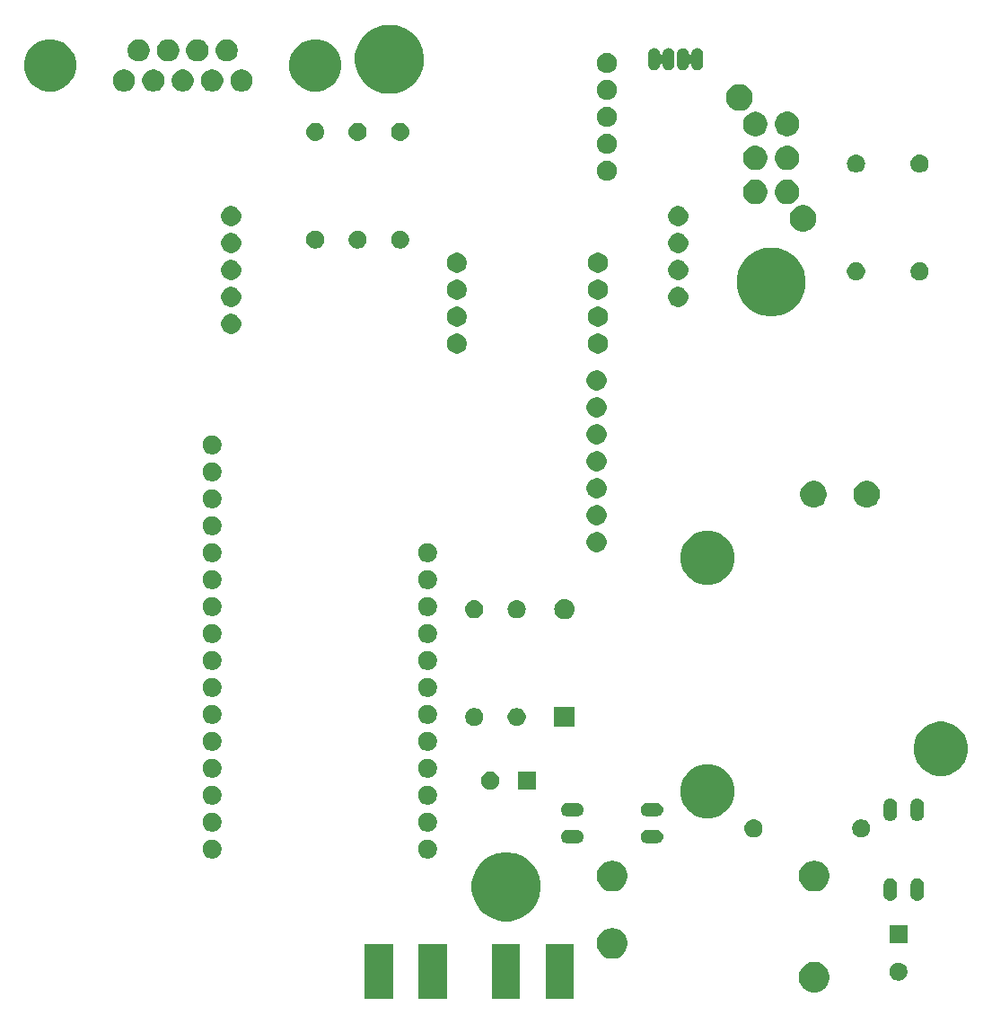
<source format=gbr>
G04 #@! TF.GenerationSoftware,KiCad,Pcbnew,5.1.4-e60b266~84~ubuntu18.04.1*
G04 #@! TF.CreationDate,2019-11-04T15:24:46+01:00*
G04 #@! TF.ProjectId,WaveGlide3X,57617665-476c-4696-9465-33582e6b6963,rev?*
G04 #@! TF.SameCoordinates,Original*
G04 #@! TF.FileFunction,Soldermask,Top*
G04 #@! TF.FilePolarity,Negative*
%FSLAX46Y46*%
G04 Gerber Fmt 4.6, Leading zero omitted, Abs format (unit mm)*
G04 Created by KiCad (PCBNEW 5.1.4-e60b266~84~ubuntu18.04.1) date 2019-11-04 15:24:46*
%MOMM*%
%LPD*%
G04 APERTURE LIST*
%ADD10C,0.100000*%
G04 APERTURE END LIST*
D10*
G36*
X85401000Y-154591000D02*
G01*
X82759000Y-154591000D01*
X82759000Y-149409000D01*
X85401000Y-149409000D01*
X85401000Y-154591000D01*
X85401000Y-154591000D01*
G37*
G36*
X80321000Y-154591000D02*
G01*
X77679000Y-154591000D01*
X77679000Y-149409000D01*
X80321000Y-149409000D01*
X80321000Y-154591000D01*
X80321000Y-154591000D01*
G37*
G36*
X73401000Y-154591000D02*
G01*
X70759000Y-154591000D01*
X70759000Y-149409000D01*
X73401000Y-149409000D01*
X73401000Y-154591000D01*
X73401000Y-154591000D01*
G37*
G36*
X68321000Y-154591000D02*
G01*
X65679000Y-154591000D01*
X65679000Y-149409000D01*
X68321000Y-149409000D01*
X68321000Y-154591000D01*
X68321000Y-154591000D01*
G37*
G36*
X108332491Y-151104823D02*
G01*
X108472366Y-151132646D01*
X108735885Y-151241799D01*
X108973046Y-151400265D01*
X109174735Y-151601954D01*
X109333201Y-151839115D01*
X109442354Y-152102634D01*
X109498000Y-152382384D01*
X109498000Y-152667616D01*
X109442354Y-152947366D01*
X109333201Y-153210885D01*
X109174735Y-153448046D01*
X108973046Y-153649735D01*
X108735885Y-153808201D01*
X108472366Y-153917354D01*
X108332491Y-153945177D01*
X108192617Y-153973000D01*
X107907383Y-153973000D01*
X107767509Y-153945177D01*
X107627634Y-153917354D01*
X107364115Y-153808201D01*
X107126954Y-153649735D01*
X106925265Y-153448046D01*
X106766799Y-153210885D01*
X106657646Y-152947366D01*
X106602000Y-152667616D01*
X106602000Y-152382384D01*
X106657646Y-152102634D01*
X106766799Y-151839115D01*
X106925265Y-151601954D01*
X107126954Y-151400265D01*
X107364115Y-151241799D01*
X107627634Y-151132646D01*
X107767509Y-151104823D01*
X107907383Y-151077000D01*
X108192617Y-151077000D01*
X108332491Y-151104823D01*
X108332491Y-151104823D01*
G37*
G36*
X116248228Y-151181703D02*
G01*
X116403100Y-151245853D01*
X116542481Y-151338985D01*
X116661015Y-151457519D01*
X116754147Y-151596900D01*
X116818297Y-151751772D01*
X116851000Y-151916184D01*
X116851000Y-152083816D01*
X116818297Y-152248228D01*
X116754147Y-152403100D01*
X116661015Y-152542481D01*
X116542481Y-152661015D01*
X116403100Y-152754147D01*
X116248228Y-152818297D01*
X116083816Y-152851000D01*
X115916184Y-152851000D01*
X115751772Y-152818297D01*
X115596900Y-152754147D01*
X115457519Y-152661015D01*
X115338985Y-152542481D01*
X115245853Y-152403100D01*
X115181703Y-152248228D01*
X115149000Y-152083816D01*
X115149000Y-151916184D01*
X115181703Y-151751772D01*
X115245853Y-151596900D01*
X115338985Y-151457519D01*
X115457519Y-151338985D01*
X115596900Y-151245853D01*
X115751772Y-151181703D01*
X115916184Y-151149000D01*
X116083816Y-151149000D01*
X116248228Y-151181703D01*
X116248228Y-151181703D01*
G37*
G36*
X89282491Y-147929823D02*
G01*
X89422366Y-147957646D01*
X89685885Y-148066799D01*
X89923046Y-148225265D01*
X90124735Y-148426954D01*
X90283201Y-148664115D01*
X90392354Y-148927634D01*
X90448000Y-149207384D01*
X90448000Y-149492616D01*
X90392354Y-149772366D01*
X90283201Y-150035885D01*
X90124735Y-150273046D01*
X89923046Y-150474735D01*
X89685885Y-150633201D01*
X89422366Y-150742354D01*
X89282491Y-150770177D01*
X89142617Y-150798000D01*
X88857383Y-150798000D01*
X88717509Y-150770177D01*
X88577634Y-150742354D01*
X88314115Y-150633201D01*
X88076954Y-150474735D01*
X87875265Y-150273046D01*
X87716799Y-150035885D01*
X87607646Y-149772366D01*
X87552000Y-149492616D01*
X87552000Y-149207384D01*
X87607646Y-148927634D01*
X87716799Y-148664115D01*
X87875265Y-148426954D01*
X88076954Y-148225265D01*
X88314115Y-148066799D01*
X88577634Y-147957646D01*
X88717509Y-147929823D01*
X88857383Y-147902000D01*
X89142617Y-147902000D01*
X89282491Y-147929823D01*
X89282491Y-147929823D01*
G37*
G36*
X116851000Y-149351000D02*
G01*
X115149000Y-149351000D01*
X115149000Y-147649000D01*
X116851000Y-147649000D01*
X116851000Y-149351000D01*
X116851000Y-149351000D01*
G37*
G36*
X79634239Y-140811467D02*
G01*
X79948282Y-140873934D01*
X80539926Y-141119001D01*
X81072392Y-141474784D01*
X81525216Y-141927608D01*
X81880999Y-142460074D01*
X82045570Y-142857384D01*
X82126066Y-143051719D01*
X82251000Y-143679803D01*
X82251000Y-144320197D01*
X82188533Y-144634239D01*
X82126066Y-144948282D01*
X81880999Y-145539926D01*
X81525216Y-146072392D01*
X81072392Y-146525216D01*
X80539926Y-146880999D01*
X79948282Y-147126066D01*
X79634239Y-147188533D01*
X79320197Y-147251000D01*
X78679803Y-147251000D01*
X78365761Y-147188533D01*
X78051718Y-147126066D01*
X77460074Y-146880999D01*
X76927608Y-146525216D01*
X76474784Y-146072392D01*
X76119001Y-145539926D01*
X75873934Y-144948282D01*
X75811467Y-144634239D01*
X75749000Y-144320197D01*
X75749000Y-143679803D01*
X75873934Y-143051719D01*
X75954430Y-142857384D01*
X76119001Y-142460074D01*
X76474784Y-141927608D01*
X76927608Y-141474784D01*
X77460074Y-141119001D01*
X78051718Y-140873934D01*
X78365761Y-140811467D01*
X78679803Y-140749000D01*
X79320197Y-140749000D01*
X79634239Y-140811467D01*
X79634239Y-140811467D01*
G37*
G36*
X117897617Y-143218420D02*
G01*
X117988403Y-143245960D01*
X118020335Y-143255646D01*
X118133424Y-143316094D01*
X118232554Y-143397447D01*
X118313906Y-143496575D01*
X118374354Y-143609664D01*
X118384040Y-143641596D01*
X118411580Y-143732382D01*
X118421000Y-143828027D01*
X118421000Y-144691973D01*
X118411580Y-144787618D01*
X118384040Y-144878404D01*
X118374354Y-144910336D01*
X118313906Y-145023425D01*
X118232554Y-145122554D01*
X118133425Y-145203906D01*
X118020336Y-145264354D01*
X117988404Y-145274040D01*
X117897618Y-145301580D01*
X117770000Y-145314149D01*
X117642383Y-145301580D01*
X117551597Y-145274040D01*
X117519665Y-145264354D01*
X117406576Y-145203906D01*
X117307447Y-145122554D01*
X117226095Y-145023425D01*
X117165647Y-144910336D01*
X117161282Y-144895946D01*
X117128420Y-144787618D01*
X117119000Y-144691973D01*
X117119000Y-143828028D01*
X117128420Y-143732383D01*
X117165645Y-143609669D01*
X117165646Y-143609665D01*
X117226094Y-143496576D01*
X117307447Y-143397446D01*
X117406575Y-143316094D01*
X117519664Y-143255646D01*
X117551596Y-143245960D01*
X117642382Y-143218420D01*
X117770000Y-143205851D01*
X117897617Y-143218420D01*
X117897617Y-143218420D01*
G37*
G36*
X115357617Y-143218420D02*
G01*
X115448403Y-143245960D01*
X115480335Y-143255646D01*
X115593424Y-143316094D01*
X115692554Y-143397447D01*
X115773906Y-143496575D01*
X115834354Y-143609664D01*
X115844040Y-143641596D01*
X115871580Y-143732382D01*
X115881000Y-143828027D01*
X115881000Y-144691973D01*
X115871580Y-144787618D01*
X115844040Y-144878404D01*
X115834354Y-144910336D01*
X115773906Y-145023425D01*
X115692554Y-145122554D01*
X115593425Y-145203906D01*
X115480336Y-145264354D01*
X115448404Y-145274040D01*
X115357618Y-145301580D01*
X115230000Y-145314149D01*
X115102383Y-145301580D01*
X115011597Y-145274040D01*
X114979665Y-145264354D01*
X114866576Y-145203906D01*
X114767447Y-145122554D01*
X114686095Y-145023425D01*
X114625647Y-144910336D01*
X114621282Y-144895946D01*
X114588420Y-144787618D01*
X114579000Y-144691973D01*
X114579000Y-143828028D01*
X114588420Y-143732383D01*
X114625645Y-143609669D01*
X114625646Y-143609665D01*
X114686094Y-143496576D01*
X114767447Y-143397446D01*
X114866575Y-143316094D01*
X114979664Y-143255646D01*
X115011596Y-143245960D01*
X115102382Y-143218420D01*
X115230000Y-143205851D01*
X115357617Y-143218420D01*
X115357617Y-143218420D01*
G37*
G36*
X108332491Y-141579823D02*
G01*
X108472366Y-141607646D01*
X108735885Y-141716799D01*
X108973046Y-141875265D01*
X109174735Y-142076954D01*
X109333201Y-142314115D01*
X109442354Y-142577634D01*
X109498000Y-142857384D01*
X109498000Y-143142616D01*
X109442354Y-143422366D01*
X109333201Y-143685885D01*
X109174735Y-143923046D01*
X108973046Y-144124735D01*
X108735885Y-144283201D01*
X108472366Y-144392354D01*
X108332491Y-144420177D01*
X108192617Y-144448000D01*
X107907383Y-144448000D01*
X107767509Y-144420177D01*
X107627634Y-144392354D01*
X107364115Y-144283201D01*
X107126954Y-144124735D01*
X106925265Y-143923046D01*
X106766799Y-143685885D01*
X106657646Y-143422366D01*
X106602000Y-143142616D01*
X106602000Y-142857384D01*
X106657646Y-142577634D01*
X106766799Y-142314115D01*
X106925265Y-142076954D01*
X107126954Y-141875265D01*
X107364115Y-141716799D01*
X107627634Y-141607646D01*
X107767509Y-141579823D01*
X107907383Y-141552000D01*
X108192617Y-141552000D01*
X108332491Y-141579823D01*
X108332491Y-141579823D01*
G37*
G36*
X89282491Y-141579823D02*
G01*
X89422366Y-141607646D01*
X89685885Y-141716799D01*
X89923046Y-141875265D01*
X90124735Y-142076954D01*
X90283201Y-142314115D01*
X90392354Y-142577634D01*
X90448000Y-142857384D01*
X90448000Y-143142616D01*
X90392354Y-143422366D01*
X90283201Y-143685885D01*
X90124735Y-143923046D01*
X89923046Y-144124735D01*
X89685885Y-144283201D01*
X89422366Y-144392354D01*
X89282491Y-144420177D01*
X89142617Y-144448000D01*
X88857383Y-144448000D01*
X88717509Y-144420177D01*
X88577634Y-144392354D01*
X88314115Y-144283201D01*
X88076954Y-144124735D01*
X87875265Y-143923046D01*
X87716799Y-143685885D01*
X87607646Y-143422366D01*
X87552000Y-143142616D01*
X87552000Y-142857384D01*
X87607646Y-142577634D01*
X87716799Y-142314115D01*
X87875265Y-142076954D01*
X88076954Y-141875265D01*
X88314115Y-141716799D01*
X88577634Y-141607646D01*
X88717509Y-141579823D01*
X88857383Y-141552000D01*
X89142617Y-141552000D01*
X89282491Y-141579823D01*
X89282491Y-141579823D01*
G37*
G36*
X51383512Y-139553927D02*
G01*
X51532812Y-139583624D01*
X51696784Y-139651544D01*
X51844354Y-139750147D01*
X51969853Y-139875646D01*
X52068456Y-140023216D01*
X52136376Y-140187188D01*
X52171000Y-140361259D01*
X52171000Y-140538741D01*
X52136376Y-140712812D01*
X52068456Y-140876784D01*
X51969853Y-141024354D01*
X51844354Y-141149853D01*
X51696784Y-141248456D01*
X51532812Y-141316376D01*
X51383512Y-141346073D01*
X51358742Y-141351000D01*
X51181258Y-141351000D01*
X51156488Y-141346073D01*
X51007188Y-141316376D01*
X50843216Y-141248456D01*
X50695646Y-141149853D01*
X50570147Y-141024354D01*
X50471544Y-140876784D01*
X50403624Y-140712812D01*
X50369000Y-140538741D01*
X50369000Y-140361259D01*
X50403624Y-140187188D01*
X50471544Y-140023216D01*
X50570147Y-139875646D01*
X50695646Y-139750147D01*
X50843216Y-139651544D01*
X51007188Y-139583624D01*
X51156488Y-139553927D01*
X51181258Y-139549000D01*
X51358742Y-139549000D01*
X51383512Y-139553927D01*
X51383512Y-139553927D01*
G37*
G36*
X71703512Y-139553927D02*
G01*
X71852812Y-139583624D01*
X72016784Y-139651544D01*
X72164354Y-139750147D01*
X72289853Y-139875646D01*
X72388456Y-140023216D01*
X72456376Y-140187188D01*
X72491000Y-140361259D01*
X72491000Y-140538741D01*
X72456376Y-140712812D01*
X72388456Y-140876784D01*
X72289853Y-141024354D01*
X72164354Y-141149853D01*
X72016784Y-141248456D01*
X71852812Y-141316376D01*
X71703512Y-141346073D01*
X71678742Y-141351000D01*
X71501258Y-141351000D01*
X71476488Y-141346073D01*
X71327188Y-141316376D01*
X71163216Y-141248456D01*
X71015646Y-141149853D01*
X70890147Y-141024354D01*
X70791544Y-140876784D01*
X70723624Y-140712812D01*
X70689000Y-140538741D01*
X70689000Y-140361259D01*
X70723624Y-140187188D01*
X70791544Y-140023216D01*
X70890147Y-139875646D01*
X71015646Y-139750147D01*
X71163216Y-139651544D01*
X71327188Y-139583624D01*
X71476488Y-139553927D01*
X71501258Y-139549000D01*
X71678742Y-139549000D01*
X71703512Y-139553927D01*
X71703512Y-139553927D01*
G37*
G36*
X85703855Y-138622140D02*
G01*
X85767618Y-138628420D01*
X85858404Y-138655960D01*
X85890336Y-138665646D01*
X86003425Y-138726094D01*
X86102554Y-138807446D01*
X86183906Y-138906575D01*
X86244354Y-139019664D01*
X86244355Y-139019668D01*
X86281580Y-139142382D01*
X86294149Y-139270000D01*
X86281580Y-139397618D01*
X86254040Y-139488404D01*
X86244354Y-139520336D01*
X86183906Y-139633425D01*
X86102554Y-139732554D01*
X86003425Y-139813906D01*
X85890336Y-139874354D01*
X85886073Y-139875647D01*
X85767618Y-139911580D01*
X85703855Y-139917860D01*
X85671974Y-139921000D01*
X84808026Y-139921000D01*
X84776145Y-139917860D01*
X84712382Y-139911580D01*
X84593927Y-139875647D01*
X84589664Y-139874354D01*
X84476575Y-139813906D01*
X84377446Y-139732554D01*
X84296094Y-139633425D01*
X84235646Y-139520336D01*
X84225960Y-139488404D01*
X84198420Y-139397618D01*
X84185851Y-139270000D01*
X84198420Y-139142382D01*
X84235645Y-139019668D01*
X84235646Y-139019664D01*
X84296094Y-138906575D01*
X84377446Y-138807446D01*
X84476575Y-138726094D01*
X84589664Y-138665646D01*
X84621596Y-138655960D01*
X84712382Y-138628420D01*
X84776145Y-138622140D01*
X84808026Y-138619000D01*
X85671974Y-138619000D01*
X85703855Y-138622140D01*
X85703855Y-138622140D01*
G37*
G36*
X93223855Y-138622140D02*
G01*
X93287618Y-138628420D01*
X93378404Y-138655960D01*
X93410336Y-138665646D01*
X93523425Y-138726094D01*
X93622554Y-138807446D01*
X93703906Y-138906575D01*
X93764354Y-139019664D01*
X93764355Y-139019668D01*
X93801580Y-139142382D01*
X93814149Y-139270000D01*
X93801580Y-139397618D01*
X93774040Y-139488404D01*
X93764354Y-139520336D01*
X93703906Y-139633425D01*
X93622554Y-139732554D01*
X93523425Y-139813906D01*
X93410336Y-139874354D01*
X93406073Y-139875647D01*
X93287618Y-139911580D01*
X93223855Y-139917860D01*
X93191974Y-139921000D01*
X92328026Y-139921000D01*
X92296145Y-139917860D01*
X92232382Y-139911580D01*
X92113927Y-139875647D01*
X92109664Y-139874354D01*
X91996575Y-139813906D01*
X91897446Y-139732554D01*
X91816094Y-139633425D01*
X91755646Y-139520336D01*
X91745960Y-139488404D01*
X91718420Y-139397618D01*
X91705851Y-139270000D01*
X91718420Y-139142382D01*
X91755645Y-139019668D01*
X91755646Y-139019664D01*
X91816094Y-138906575D01*
X91897446Y-138807446D01*
X91996575Y-138726094D01*
X92109664Y-138665646D01*
X92141596Y-138655960D01*
X92232382Y-138628420D01*
X92296145Y-138622140D01*
X92328026Y-138619000D01*
X93191974Y-138619000D01*
X93223855Y-138622140D01*
X93223855Y-138622140D01*
G37*
G36*
X112748228Y-137681703D02*
G01*
X112903100Y-137745853D01*
X113042481Y-137838985D01*
X113161015Y-137957519D01*
X113254147Y-138096900D01*
X113318297Y-138251772D01*
X113351000Y-138416184D01*
X113351000Y-138583816D01*
X113318297Y-138748228D01*
X113254147Y-138903100D01*
X113161015Y-139042481D01*
X113042481Y-139161015D01*
X112903100Y-139254147D01*
X112748228Y-139318297D01*
X112583816Y-139351000D01*
X112416184Y-139351000D01*
X112251772Y-139318297D01*
X112096900Y-139254147D01*
X111957519Y-139161015D01*
X111838985Y-139042481D01*
X111745853Y-138903100D01*
X111681703Y-138748228D01*
X111649000Y-138583816D01*
X111649000Y-138416184D01*
X111681703Y-138251772D01*
X111745853Y-138096900D01*
X111838985Y-137957519D01*
X111957519Y-137838985D01*
X112096900Y-137745853D01*
X112251772Y-137681703D01*
X112416184Y-137649000D01*
X112583816Y-137649000D01*
X112748228Y-137681703D01*
X112748228Y-137681703D01*
G37*
G36*
X102506823Y-137661313D02*
G01*
X102667242Y-137709976D01*
X102734361Y-137745852D01*
X102815078Y-137788996D01*
X102944659Y-137895341D01*
X103051004Y-138024922D01*
X103051005Y-138024924D01*
X103130024Y-138172758D01*
X103178687Y-138333177D01*
X103195117Y-138500000D01*
X103178687Y-138666823D01*
X103130024Y-138827242D01*
X103059114Y-138959906D01*
X103051004Y-138975078D01*
X102944659Y-139104659D01*
X102815078Y-139211004D01*
X102815076Y-139211005D01*
X102667242Y-139290024D01*
X102506823Y-139338687D01*
X102381804Y-139351000D01*
X102298196Y-139351000D01*
X102173177Y-139338687D01*
X102012758Y-139290024D01*
X101864924Y-139211005D01*
X101864922Y-139211004D01*
X101735341Y-139104659D01*
X101628996Y-138975078D01*
X101620886Y-138959906D01*
X101549976Y-138827242D01*
X101501313Y-138666823D01*
X101484883Y-138500000D01*
X101501313Y-138333177D01*
X101549976Y-138172758D01*
X101628995Y-138024924D01*
X101628996Y-138024922D01*
X101735341Y-137895341D01*
X101864922Y-137788996D01*
X101945639Y-137745852D01*
X102012758Y-137709976D01*
X102173177Y-137661313D01*
X102298196Y-137649000D01*
X102381804Y-137649000D01*
X102506823Y-137661313D01*
X102506823Y-137661313D01*
G37*
G36*
X71703512Y-137013927D02*
G01*
X71852812Y-137043624D01*
X72016784Y-137111544D01*
X72164354Y-137210147D01*
X72289853Y-137335646D01*
X72388456Y-137483216D01*
X72456376Y-137647188D01*
X72491000Y-137821259D01*
X72491000Y-137998741D01*
X72456376Y-138172812D01*
X72388456Y-138336784D01*
X72289853Y-138484354D01*
X72164354Y-138609853D01*
X72016784Y-138708456D01*
X71852812Y-138776376D01*
X71703512Y-138806073D01*
X71678742Y-138811000D01*
X71501258Y-138811000D01*
X71476488Y-138806073D01*
X71327188Y-138776376D01*
X71163216Y-138708456D01*
X71015646Y-138609853D01*
X70890147Y-138484354D01*
X70791544Y-138336784D01*
X70723624Y-138172812D01*
X70689000Y-137998741D01*
X70689000Y-137821259D01*
X70723624Y-137647188D01*
X70791544Y-137483216D01*
X70890147Y-137335646D01*
X71015646Y-137210147D01*
X71163216Y-137111544D01*
X71327188Y-137043624D01*
X71476488Y-137013927D01*
X71501258Y-137009000D01*
X71678742Y-137009000D01*
X71703512Y-137013927D01*
X71703512Y-137013927D01*
G37*
G36*
X51383512Y-137013927D02*
G01*
X51532812Y-137043624D01*
X51696784Y-137111544D01*
X51844354Y-137210147D01*
X51969853Y-137335646D01*
X52068456Y-137483216D01*
X52136376Y-137647188D01*
X52171000Y-137821259D01*
X52171000Y-137998741D01*
X52136376Y-138172812D01*
X52068456Y-138336784D01*
X51969853Y-138484354D01*
X51844354Y-138609853D01*
X51696784Y-138708456D01*
X51532812Y-138776376D01*
X51383512Y-138806073D01*
X51358742Y-138811000D01*
X51181258Y-138811000D01*
X51156488Y-138806073D01*
X51007188Y-138776376D01*
X50843216Y-138708456D01*
X50695646Y-138609853D01*
X50570147Y-138484354D01*
X50471544Y-138336784D01*
X50403624Y-138172812D01*
X50369000Y-137998741D01*
X50369000Y-137821259D01*
X50403624Y-137647188D01*
X50471544Y-137483216D01*
X50570147Y-137335646D01*
X50695646Y-137210147D01*
X50843216Y-137111544D01*
X51007188Y-137043624D01*
X51156488Y-137013927D01*
X51181258Y-137009000D01*
X51358742Y-137009000D01*
X51383512Y-137013927D01*
X51383512Y-137013927D01*
G37*
G36*
X117897617Y-135698420D02*
G01*
X117988403Y-135725960D01*
X118020335Y-135735646D01*
X118133424Y-135796094D01*
X118232554Y-135877447D01*
X118313906Y-135976575D01*
X118374354Y-136089664D01*
X118384040Y-136121596D01*
X118411580Y-136212382D01*
X118421000Y-136308027D01*
X118421000Y-137171973D01*
X118411580Y-137267618D01*
X118384040Y-137358404D01*
X118374354Y-137390336D01*
X118313906Y-137503425D01*
X118232554Y-137602554D01*
X118133425Y-137683906D01*
X118020336Y-137744354D01*
X118015394Y-137745853D01*
X117897618Y-137781580D01*
X117770000Y-137794149D01*
X117642383Y-137781580D01*
X117524607Y-137745853D01*
X117519665Y-137744354D01*
X117406576Y-137683906D01*
X117307447Y-137602554D01*
X117226095Y-137503425D01*
X117165647Y-137390336D01*
X117161282Y-137375946D01*
X117128420Y-137267618D01*
X117119000Y-137171973D01*
X117119000Y-136308028D01*
X117128420Y-136212383D01*
X117165645Y-136089669D01*
X117165646Y-136089665D01*
X117226094Y-135976576D01*
X117307447Y-135877446D01*
X117406575Y-135796094D01*
X117519664Y-135735646D01*
X117551596Y-135725960D01*
X117642382Y-135698420D01*
X117770000Y-135685851D01*
X117897617Y-135698420D01*
X117897617Y-135698420D01*
G37*
G36*
X115357617Y-135698420D02*
G01*
X115448403Y-135725960D01*
X115480335Y-135735646D01*
X115593424Y-135796094D01*
X115692554Y-135877447D01*
X115773906Y-135976575D01*
X115834354Y-136089664D01*
X115844040Y-136121596D01*
X115871580Y-136212382D01*
X115881000Y-136308027D01*
X115881000Y-137171973D01*
X115871580Y-137267618D01*
X115844040Y-137358404D01*
X115834354Y-137390336D01*
X115773906Y-137503425D01*
X115692554Y-137602554D01*
X115593425Y-137683906D01*
X115480336Y-137744354D01*
X115475394Y-137745853D01*
X115357618Y-137781580D01*
X115230000Y-137794149D01*
X115102383Y-137781580D01*
X114984607Y-137745853D01*
X114979665Y-137744354D01*
X114866576Y-137683906D01*
X114767447Y-137602554D01*
X114686095Y-137503425D01*
X114625647Y-137390336D01*
X114621282Y-137375946D01*
X114588420Y-137267618D01*
X114579000Y-137171973D01*
X114579000Y-136308028D01*
X114588420Y-136212383D01*
X114625645Y-136089669D01*
X114625646Y-136089665D01*
X114686094Y-135976576D01*
X114767447Y-135877446D01*
X114866575Y-135796094D01*
X114979664Y-135735646D01*
X115011596Y-135725960D01*
X115102382Y-135698420D01*
X115230000Y-135685851D01*
X115357617Y-135698420D01*
X115357617Y-135698420D01*
G37*
G36*
X98744098Y-132547033D02*
G01*
X99208350Y-132739332D01*
X99208352Y-132739333D01*
X99626168Y-133018509D01*
X99981491Y-133373832D01*
X100260667Y-133791648D01*
X100260668Y-133791650D01*
X100452967Y-134255902D01*
X100551000Y-134748747D01*
X100551000Y-135251253D01*
X100452967Y-135744098D01*
X100269887Y-136186094D01*
X100260667Y-136208352D01*
X99981491Y-136626168D01*
X99626168Y-136981491D01*
X99208352Y-137260667D01*
X99208351Y-137260668D01*
X99208350Y-137260668D01*
X98744098Y-137452967D01*
X98251253Y-137551000D01*
X97748747Y-137551000D01*
X97255902Y-137452967D01*
X96791650Y-137260668D01*
X96791649Y-137260668D01*
X96791648Y-137260667D01*
X96373832Y-136981491D01*
X96018509Y-136626168D01*
X95739333Y-136208352D01*
X95730113Y-136186094D01*
X95547033Y-135744098D01*
X95449000Y-135251253D01*
X95449000Y-134748747D01*
X95547033Y-134255902D01*
X95739332Y-133791650D01*
X95739333Y-133791648D01*
X96018509Y-133373832D01*
X96373832Y-133018509D01*
X96791648Y-132739333D01*
X96791650Y-132739332D01*
X97255902Y-132547033D01*
X97748747Y-132449000D01*
X98251253Y-132449000D01*
X98744098Y-132547033D01*
X98744098Y-132547033D01*
G37*
G36*
X85703855Y-136082140D02*
G01*
X85767618Y-136088420D01*
X85858404Y-136115960D01*
X85890336Y-136125646D01*
X86003425Y-136186094D01*
X86102554Y-136267446D01*
X86183906Y-136366575D01*
X86244354Y-136479664D01*
X86244355Y-136479668D01*
X86281580Y-136602382D01*
X86294149Y-136730000D01*
X86281580Y-136857618D01*
X86254040Y-136948404D01*
X86244354Y-136980336D01*
X86183906Y-137093425D01*
X86102554Y-137192554D01*
X86003425Y-137273906D01*
X85890336Y-137334354D01*
X85886073Y-137335647D01*
X85767618Y-137371580D01*
X85703855Y-137377860D01*
X85671974Y-137381000D01*
X84808026Y-137381000D01*
X84776145Y-137377860D01*
X84712382Y-137371580D01*
X84593927Y-137335647D01*
X84589664Y-137334354D01*
X84476575Y-137273906D01*
X84377446Y-137192554D01*
X84296094Y-137093425D01*
X84235646Y-136980336D01*
X84225960Y-136948404D01*
X84198420Y-136857618D01*
X84185851Y-136730000D01*
X84198420Y-136602382D01*
X84235645Y-136479668D01*
X84235646Y-136479664D01*
X84296094Y-136366575D01*
X84377446Y-136267446D01*
X84476575Y-136186094D01*
X84589664Y-136125646D01*
X84621596Y-136115960D01*
X84712382Y-136088420D01*
X84776145Y-136082140D01*
X84808026Y-136079000D01*
X85671974Y-136079000D01*
X85703855Y-136082140D01*
X85703855Y-136082140D01*
G37*
G36*
X93223855Y-136082140D02*
G01*
X93287618Y-136088420D01*
X93378404Y-136115960D01*
X93410336Y-136125646D01*
X93523425Y-136186094D01*
X93622554Y-136267446D01*
X93703906Y-136366575D01*
X93764354Y-136479664D01*
X93764355Y-136479668D01*
X93801580Y-136602382D01*
X93814149Y-136730000D01*
X93801580Y-136857618D01*
X93774040Y-136948404D01*
X93764354Y-136980336D01*
X93703906Y-137093425D01*
X93622554Y-137192554D01*
X93523425Y-137273906D01*
X93410336Y-137334354D01*
X93406073Y-137335647D01*
X93287618Y-137371580D01*
X93223855Y-137377860D01*
X93191974Y-137381000D01*
X92328026Y-137381000D01*
X92296145Y-137377860D01*
X92232382Y-137371580D01*
X92113927Y-137335647D01*
X92109664Y-137334354D01*
X91996575Y-137273906D01*
X91897446Y-137192554D01*
X91816094Y-137093425D01*
X91755646Y-136980336D01*
X91745960Y-136948404D01*
X91718420Y-136857618D01*
X91705851Y-136730000D01*
X91718420Y-136602382D01*
X91755645Y-136479668D01*
X91755646Y-136479664D01*
X91816094Y-136366575D01*
X91897446Y-136267446D01*
X91996575Y-136186094D01*
X92109664Y-136125646D01*
X92141596Y-136115960D01*
X92232382Y-136088420D01*
X92296145Y-136082140D01*
X92328026Y-136079000D01*
X93191974Y-136079000D01*
X93223855Y-136082140D01*
X93223855Y-136082140D01*
G37*
G36*
X71703512Y-134473927D02*
G01*
X71852812Y-134503624D01*
X72016784Y-134571544D01*
X72164354Y-134670147D01*
X72289853Y-134795646D01*
X72388456Y-134943216D01*
X72456376Y-135107188D01*
X72491000Y-135281259D01*
X72491000Y-135458741D01*
X72456376Y-135632812D01*
X72388456Y-135796784D01*
X72289853Y-135944354D01*
X72164354Y-136069853D01*
X72016784Y-136168456D01*
X71852812Y-136236376D01*
X71703512Y-136266073D01*
X71678742Y-136271000D01*
X71501258Y-136271000D01*
X71476488Y-136266073D01*
X71327188Y-136236376D01*
X71163216Y-136168456D01*
X71015646Y-136069853D01*
X70890147Y-135944354D01*
X70791544Y-135796784D01*
X70723624Y-135632812D01*
X70689000Y-135458741D01*
X70689000Y-135281259D01*
X70723624Y-135107188D01*
X70791544Y-134943216D01*
X70890147Y-134795646D01*
X71015646Y-134670147D01*
X71163216Y-134571544D01*
X71327188Y-134503624D01*
X71476488Y-134473927D01*
X71501258Y-134469000D01*
X71678742Y-134469000D01*
X71703512Y-134473927D01*
X71703512Y-134473927D01*
G37*
G36*
X51383512Y-134473927D02*
G01*
X51532812Y-134503624D01*
X51696784Y-134571544D01*
X51844354Y-134670147D01*
X51969853Y-134795646D01*
X52068456Y-134943216D01*
X52136376Y-135107188D01*
X52171000Y-135281259D01*
X52171000Y-135458741D01*
X52136376Y-135632812D01*
X52068456Y-135796784D01*
X51969853Y-135944354D01*
X51844354Y-136069853D01*
X51696784Y-136168456D01*
X51532812Y-136236376D01*
X51383512Y-136266073D01*
X51358742Y-136271000D01*
X51181258Y-136271000D01*
X51156488Y-136266073D01*
X51007188Y-136236376D01*
X50843216Y-136168456D01*
X50695646Y-136069853D01*
X50570147Y-135944354D01*
X50471544Y-135796784D01*
X50403624Y-135632812D01*
X50369000Y-135458741D01*
X50369000Y-135281259D01*
X50403624Y-135107188D01*
X50471544Y-134943216D01*
X50570147Y-134795646D01*
X50695646Y-134670147D01*
X50843216Y-134571544D01*
X51007188Y-134503624D01*
X51156488Y-134473927D01*
X51181258Y-134469000D01*
X51358742Y-134469000D01*
X51383512Y-134473927D01*
X51383512Y-134473927D01*
G37*
G36*
X77748228Y-133181703D02*
G01*
X77903100Y-133245853D01*
X78042481Y-133338985D01*
X78161015Y-133457519D01*
X78254147Y-133596900D01*
X78318297Y-133751772D01*
X78351000Y-133916184D01*
X78351000Y-134083816D01*
X78318297Y-134248228D01*
X78254147Y-134403100D01*
X78161015Y-134542481D01*
X78042481Y-134661015D01*
X77903100Y-134754147D01*
X77748228Y-134818297D01*
X77583816Y-134851000D01*
X77416184Y-134851000D01*
X77251772Y-134818297D01*
X77096900Y-134754147D01*
X76957519Y-134661015D01*
X76838985Y-134542481D01*
X76745853Y-134403100D01*
X76681703Y-134248228D01*
X76649000Y-134083816D01*
X76649000Y-133916184D01*
X76681703Y-133751772D01*
X76745853Y-133596900D01*
X76838985Y-133457519D01*
X76957519Y-133338985D01*
X77096900Y-133245853D01*
X77251772Y-133181703D01*
X77416184Y-133149000D01*
X77583816Y-133149000D01*
X77748228Y-133181703D01*
X77748228Y-133181703D01*
G37*
G36*
X81851000Y-134851000D02*
G01*
X80149000Y-134851000D01*
X80149000Y-133149000D01*
X81851000Y-133149000D01*
X81851000Y-134851000D01*
X81851000Y-134851000D01*
G37*
G36*
X71703512Y-131933927D02*
G01*
X71852812Y-131963624D01*
X72016784Y-132031544D01*
X72164354Y-132130147D01*
X72289853Y-132255646D01*
X72388456Y-132403216D01*
X72456376Y-132567188D01*
X72491000Y-132741259D01*
X72491000Y-132918741D01*
X72456376Y-133092812D01*
X72388456Y-133256784D01*
X72289853Y-133404354D01*
X72164354Y-133529853D01*
X72016784Y-133628456D01*
X71852812Y-133696376D01*
X71703512Y-133726073D01*
X71678742Y-133731000D01*
X71501258Y-133731000D01*
X71476488Y-133726073D01*
X71327188Y-133696376D01*
X71163216Y-133628456D01*
X71015646Y-133529853D01*
X70890147Y-133404354D01*
X70791544Y-133256784D01*
X70723624Y-133092812D01*
X70689000Y-132918741D01*
X70689000Y-132741259D01*
X70723624Y-132567188D01*
X70791544Y-132403216D01*
X70890147Y-132255646D01*
X71015646Y-132130147D01*
X71163216Y-132031544D01*
X71327188Y-131963624D01*
X71476488Y-131933927D01*
X71501258Y-131929000D01*
X71678742Y-131929000D01*
X71703512Y-131933927D01*
X71703512Y-131933927D01*
G37*
G36*
X51383512Y-131933927D02*
G01*
X51532812Y-131963624D01*
X51696784Y-132031544D01*
X51844354Y-132130147D01*
X51969853Y-132255646D01*
X52068456Y-132403216D01*
X52136376Y-132567188D01*
X52171000Y-132741259D01*
X52171000Y-132918741D01*
X52136376Y-133092812D01*
X52068456Y-133256784D01*
X51969853Y-133404354D01*
X51844354Y-133529853D01*
X51696784Y-133628456D01*
X51532812Y-133696376D01*
X51383512Y-133726073D01*
X51358742Y-133731000D01*
X51181258Y-133731000D01*
X51156488Y-133726073D01*
X51007188Y-133696376D01*
X50843216Y-133628456D01*
X50695646Y-133529853D01*
X50570147Y-133404354D01*
X50471544Y-133256784D01*
X50403624Y-133092812D01*
X50369000Y-132918741D01*
X50369000Y-132741259D01*
X50403624Y-132567188D01*
X50471544Y-132403216D01*
X50570147Y-132255646D01*
X50695646Y-132130147D01*
X50843216Y-132031544D01*
X51007188Y-131963624D01*
X51156488Y-131933927D01*
X51181258Y-131929000D01*
X51358742Y-131929000D01*
X51383512Y-131933927D01*
X51383512Y-131933927D01*
G37*
G36*
X120744098Y-128547033D02*
G01*
X121208350Y-128739332D01*
X121208352Y-128739333D01*
X121626168Y-129018509D01*
X121981491Y-129373832D01*
X122260667Y-129791648D01*
X122260668Y-129791650D01*
X122452967Y-130255902D01*
X122551000Y-130748747D01*
X122551000Y-131251253D01*
X122452967Y-131744098D01*
X122293060Y-132130148D01*
X122260667Y-132208352D01*
X121981491Y-132626168D01*
X121626168Y-132981491D01*
X121208352Y-133260667D01*
X121208351Y-133260668D01*
X121208350Y-133260668D01*
X120744098Y-133452967D01*
X120251253Y-133551000D01*
X119748747Y-133551000D01*
X119255902Y-133452967D01*
X118791650Y-133260668D01*
X118791649Y-133260668D01*
X118791648Y-133260667D01*
X118373832Y-132981491D01*
X118018509Y-132626168D01*
X117739333Y-132208352D01*
X117706940Y-132130148D01*
X117547033Y-131744098D01*
X117449000Y-131251253D01*
X117449000Y-130748747D01*
X117547033Y-130255902D01*
X117739332Y-129791650D01*
X117739333Y-129791648D01*
X118018509Y-129373832D01*
X118373832Y-129018509D01*
X118791648Y-128739333D01*
X118791650Y-128739332D01*
X119255902Y-128547033D01*
X119748747Y-128449000D01*
X120251253Y-128449000D01*
X120744098Y-128547033D01*
X120744098Y-128547033D01*
G37*
G36*
X51383512Y-129393927D02*
G01*
X51532812Y-129423624D01*
X51696784Y-129491544D01*
X51844354Y-129590147D01*
X51969853Y-129715646D01*
X52068456Y-129863216D01*
X52136376Y-130027188D01*
X52171000Y-130201259D01*
X52171000Y-130378741D01*
X52136376Y-130552812D01*
X52068456Y-130716784D01*
X51969853Y-130864354D01*
X51844354Y-130989853D01*
X51696784Y-131088456D01*
X51532812Y-131156376D01*
X51383512Y-131186073D01*
X51358742Y-131191000D01*
X51181258Y-131191000D01*
X51156488Y-131186073D01*
X51007188Y-131156376D01*
X50843216Y-131088456D01*
X50695646Y-130989853D01*
X50570147Y-130864354D01*
X50471544Y-130716784D01*
X50403624Y-130552812D01*
X50369000Y-130378741D01*
X50369000Y-130201259D01*
X50403624Y-130027188D01*
X50471544Y-129863216D01*
X50570147Y-129715646D01*
X50695646Y-129590147D01*
X50843216Y-129491544D01*
X51007188Y-129423624D01*
X51156488Y-129393927D01*
X51181258Y-129389000D01*
X51358742Y-129389000D01*
X51383512Y-129393927D01*
X51383512Y-129393927D01*
G37*
G36*
X71703512Y-129393927D02*
G01*
X71852812Y-129423624D01*
X72016784Y-129491544D01*
X72164354Y-129590147D01*
X72289853Y-129715646D01*
X72388456Y-129863216D01*
X72456376Y-130027188D01*
X72491000Y-130201259D01*
X72491000Y-130378741D01*
X72456376Y-130552812D01*
X72388456Y-130716784D01*
X72289853Y-130864354D01*
X72164354Y-130989853D01*
X72016784Y-131088456D01*
X71852812Y-131156376D01*
X71703512Y-131186073D01*
X71678742Y-131191000D01*
X71501258Y-131191000D01*
X71476488Y-131186073D01*
X71327188Y-131156376D01*
X71163216Y-131088456D01*
X71015646Y-130989853D01*
X70890147Y-130864354D01*
X70791544Y-130716784D01*
X70723624Y-130552812D01*
X70689000Y-130378741D01*
X70689000Y-130201259D01*
X70723624Y-130027188D01*
X70791544Y-129863216D01*
X70890147Y-129715646D01*
X71015646Y-129590147D01*
X71163216Y-129491544D01*
X71327188Y-129423624D01*
X71476488Y-129393927D01*
X71501258Y-129389000D01*
X71678742Y-129389000D01*
X71703512Y-129393927D01*
X71703512Y-129393927D01*
G37*
G36*
X85451000Y-128951000D02*
G01*
X83549000Y-128951000D01*
X83549000Y-127049000D01*
X85451000Y-127049000D01*
X85451000Y-128951000D01*
X85451000Y-128951000D01*
G37*
G36*
X76248228Y-127181703D02*
G01*
X76403100Y-127245853D01*
X76542481Y-127338985D01*
X76661015Y-127457519D01*
X76754147Y-127596900D01*
X76818297Y-127751772D01*
X76851000Y-127916184D01*
X76851000Y-128083816D01*
X76818297Y-128248228D01*
X76754147Y-128403100D01*
X76661015Y-128542481D01*
X76542481Y-128661015D01*
X76403100Y-128754147D01*
X76248228Y-128818297D01*
X76083816Y-128851000D01*
X75916184Y-128851000D01*
X75751772Y-128818297D01*
X75596900Y-128754147D01*
X75457519Y-128661015D01*
X75338985Y-128542481D01*
X75245853Y-128403100D01*
X75181703Y-128248228D01*
X75149000Y-128083816D01*
X75149000Y-127916184D01*
X75181703Y-127751772D01*
X75245853Y-127596900D01*
X75338985Y-127457519D01*
X75457519Y-127338985D01*
X75596900Y-127245853D01*
X75751772Y-127181703D01*
X75916184Y-127149000D01*
X76083816Y-127149000D01*
X76248228Y-127181703D01*
X76248228Y-127181703D01*
G37*
G36*
X80248228Y-127181703D02*
G01*
X80403100Y-127245853D01*
X80542481Y-127338985D01*
X80661015Y-127457519D01*
X80754147Y-127596900D01*
X80818297Y-127751772D01*
X80851000Y-127916184D01*
X80851000Y-128083816D01*
X80818297Y-128248228D01*
X80754147Y-128403100D01*
X80661015Y-128542481D01*
X80542481Y-128661015D01*
X80403100Y-128754147D01*
X80248228Y-128818297D01*
X80083816Y-128851000D01*
X79916184Y-128851000D01*
X79751772Y-128818297D01*
X79596900Y-128754147D01*
X79457519Y-128661015D01*
X79338985Y-128542481D01*
X79245853Y-128403100D01*
X79181703Y-128248228D01*
X79149000Y-128083816D01*
X79149000Y-127916184D01*
X79181703Y-127751772D01*
X79245853Y-127596900D01*
X79338985Y-127457519D01*
X79457519Y-127338985D01*
X79596900Y-127245853D01*
X79751772Y-127181703D01*
X79916184Y-127149000D01*
X80083816Y-127149000D01*
X80248228Y-127181703D01*
X80248228Y-127181703D01*
G37*
G36*
X71703512Y-126853927D02*
G01*
X71852812Y-126883624D01*
X72016784Y-126951544D01*
X72164354Y-127050147D01*
X72289853Y-127175646D01*
X72388456Y-127323216D01*
X72456376Y-127487188D01*
X72491000Y-127661259D01*
X72491000Y-127838741D01*
X72456376Y-128012812D01*
X72388456Y-128176784D01*
X72289853Y-128324354D01*
X72164354Y-128449853D01*
X72016784Y-128548456D01*
X71852812Y-128616376D01*
X71703512Y-128646073D01*
X71678742Y-128651000D01*
X71501258Y-128651000D01*
X71476488Y-128646073D01*
X71327188Y-128616376D01*
X71163216Y-128548456D01*
X71015646Y-128449853D01*
X70890147Y-128324354D01*
X70791544Y-128176784D01*
X70723624Y-128012812D01*
X70689000Y-127838741D01*
X70689000Y-127661259D01*
X70723624Y-127487188D01*
X70791544Y-127323216D01*
X70890147Y-127175646D01*
X71015646Y-127050147D01*
X71163216Y-126951544D01*
X71327188Y-126883624D01*
X71476488Y-126853927D01*
X71501258Y-126849000D01*
X71678742Y-126849000D01*
X71703512Y-126853927D01*
X71703512Y-126853927D01*
G37*
G36*
X51383512Y-126853927D02*
G01*
X51532812Y-126883624D01*
X51696784Y-126951544D01*
X51844354Y-127050147D01*
X51969853Y-127175646D01*
X52068456Y-127323216D01*
X52136376Y-127487188D01*
X52171000Y-127661259D01*
X52171000Y-127838741D01*
X52136376Y-128012812D01*
X52068456Y-128176784D01*
X51969853Y-128324354D01*
X51844354Y-128449853D01*
X51696784Y-128548456D01*
X51532812Y-128616376D01*
X51383512Y-128646073D01*
X51358742Y-128651000D01*
X51181258Y-128651000D01*
X51156488Y-128646073D01*
X51007188Y-128616376D01*
X50843216Y-128548456D01*
X50695646Y-128449853D01*
X50570147Y-128324354D01*
X50471544Y-128176784D01*
X50403624Y-128012812D01*
X50369000Y-127838741D01*
X50369000Y-127661259D01*
X50403624Y-127487188D01*
X50471544Y-127323216D01*
X50570147Y-127175646D01*
X50695646Y-127050147D01*
X50843216Y-126951544D01*
X51007188Y-126883624D01*
X51156488Y-126853927D01*
X51181258Y-126849000D01*
X51358742Y-126849000D01*
X51383512Y-126853927D01*
X51383512Y-126853927D01*
G37*
G36*
X51383512Y-124313927D02*
G01*
X51532812Y-124343624D01*
X51696784Y-124411544D01*
X51844354Y-124510147D01*
X51969853Y-124635646D01*
X52068456Y-124783216D01*
X52136376Y-124947188D01*
X52171000Y-125121259D01*
X52171000Y-125298741D01*
X52136376Y-125472812D01*
X52068456Y-125636784D01*
X51969853Y-125784354D01*
X51844354Y-125909853D01*
X51696784Y-126008456D01*
X51532812Y-126076376D01*
X51383512Y-126106073D01*
X51358742Y-126111000D01*
X51181258Y-126111000D01*
X51156488Y-126106073D01*
X51007188Y-126076376D01*
X50843216Y-126008456D01*
X50695646Y-125909853D01*
X50570147Y-125784354D01*
X50471544Y-125636784D01*
X50403624Y-125472812D01*
X50369000Y-125298741D01*
X50369000Y-125121259D01*
X50403624Y-124947188D01*
X50471544Y-124783216D01*
X50570147Y-124635646D01*
X50695646Y-124510147D01*
X50843216Y-124411544D01*
X51007188Y-124343624D01*
X51156488Y-124313927D01*
X51181258Y-124309000D01*
X51358742Y-124309000D01*
X51383512Y-124313927D01*
X51383512Y-124313927D01*
G37*
G36*
X71703512Y-124313927D02*
G01*
X71852812Y-124343624D01*
X72016784Y-124411544D01*
X72164354Y-124510147D01*
X72289853Y-124635646D01*
X72388456Y-124783216D01*
X72456376Y-124947188D01*
X72491000Y-125121259D01*
X72491000Y-125298741D01*
X72456376Y-125472812D01*
X72388456Y-125636784D01*
X72289853Y-125784354D01*
X72164354Y-125909853D01*
X72016784Y-126008456D01*
X71852812Y-126076376D01*
X71703512Y-126106073D01*
X71678742Y-126111000D01*
X71501258Y-126111000D01*
X71476488Y-126106073D01*
X71327188Y-126076376D01*
X71163216Y-126008456D01*
X71015646Y-125909853D01*
X70890147Y-125784354D01*
X70791544Y-125636784D01*
X70723624Y-125472812D01*
X70689000Y-125298741D01*
X70689000Y-125121259D01*
X70723624Y-124947188D01*
X70791544Y-124783216D01*
X70890147Y-124635646D01*
X71015646Y-124510147D01*
X71163216Y-124411544D01*
X71327188Y-124343624D01*
X71476488Y-124313927D01*
X71501258Y-124309000D01*
X71678742Y-124309000D01*
X71703512Y-124313927D01*
X71703512Y-124313927D01*
G37*
G36*
X71703512Y-121773927D02*
G01*
X71852812Y-121803624D01*
X72016784Y-121871544D01*
X72164354Y-121970147D01*
X72289853Y-122095646D01*
X72388456Y-122243216D01*
X72456376Y-122407188D01*
X72491000Y-122581259D01*
X72491000Y-122758741D01*
X72456376Y-122932812D01*
X72388456Y-123096784D01*
X72289853Y-123244354D01*
X72164354Y-123369853D01*
X72016784Y-123468456D01*
X71852812Y-123536376D01*
X71703512Y-123566073D01*
X71678742Y-123571000D01*
X71501258Y-123571000D01*
X71476488Y-123566073D01*
X71327188Y-123536376D01*
X71163216Y-123468456D01*
X71015646Y-123369853D01*
X70890147Y-123244354D01*
X70791544Y-123096784D01*
X70723624Y-122932812D01*
X70689000Y-122758741D01*
X70689000Y-122581259D01*
X70723624Y-122407188D01*
X70791544Y-122243216D01*
X70890147Y-122095646D01*
X71015646Y-121970147D01*
X71163216Y-121871544D01*
X71327188Y-121803624D01*
X71476488Y-121773927D01*
X71501258Y-121769000D01*
X71678742Y-121769000D01*
X71703512Y-121773927D01*
X71703512Y-121773927D01*
G37*
G36*
X51383512Y-121773927D02*
G01*
X51532812Y-121803624D01*
X51696784Y-121871544D01*
X51844354Y-121970147D01*
X51969853Y-122095646D01*
X52068456Y-122243216D01*
X52136376Y-122407188D01*
X52171000Y-122581259D01*
X52171000Y-122758741D01*
X52136376Y-122932812D01*
X52068456Y-123096784D01*
X51969853Y-123244354D01*
X51844354Y-123369853D01*
X51696784Y-123468456D01*
X51532812Y-123536376D01*
X51383512Y-123566073D01*
X51358742Y-123571000D01*
X51181258Y-123571000D01*
X51156488Y-123566073D01*
X51007188Y-123536376D01*
X50843216Y-123468456D01*
X50695646Y-123369853D01*
X50570147Y-123244354D01*
X50471544Y-123096784D01*
X50403624Y-122932812D01*
X50369000Y-122758741D01*
X50369000Y-122581259D01*
X50403624Y-122407188D01*
X50471544Y-122243216D01*
X50570147Y-122095646D01*
X50695646Y-121970147D01*
X50843216Y-121871544D01*
X51007188Y-121803624D01*
X51156488Y-121773927D01*
X51181258Y-121769000D01*
X51358742Y-121769000D01*
X51383512Y-121773927D01*
X51383512Y-121773927D01*
G37*
G36*
X71703512Y-119233927D02*
G01*
X71852812Y-119263624D01*
X72016784Y-119331544D01*
X72164354Y-119430147D01*
X72289853Y-119555646D01*
X72388456Y-119703216D01*
X72456376Y-119867188D01*
X72491000Y-120041259D01*
X72491000Y-120218741D01*
X72456376Y-120392812D01*
X72388456Y-120556784D01*
X72289853Y-120704354D01*
X72164354Y-120829853D01*
X72016784Y-120928456D01*
X71852812Y-120996376D01*
X71703512Y-121026073D01*
X71678742Y-121031000D01*
X71501258Y-121031000D01*
X71476488Y-121026073D01*
X71327188Y-120996376D01*
X71163216Y-120928456D01*
X71015646Y-120829853D01*
X70890147Y-120704354D01*
X70791544Y-120556784D01*
X70723624Y-120392812D01*
X70689000Y-120218741D01*
X70689000Y-120041259D01*
X70723624Y-119867188D01*
X70791544Y-119703216D01*
X70890147Y-119555646D01*
X71015646Y-119430147D01*
X71163216Y-119331544D01*
X71327188Y-119263624D01*
X71476488Y-119233927D01*
X71501258Y-119229000D01*
X71678742Y-119229000D01*
X71703512Y-119233927D01*
X71703512Y-119233927D01*
G37*
G36*
X51383512Y-119233927D02*
G01*
X51532812Y-119263624D01*
X51696784Y-119331544D01*
X51844354Y-119430147D01*
X51969853Y-119555646D01*
X52068456Y-119703216D01*
X52136376Y-119867188D01*
X52171000Y-120041259D01*
X52171000Y-120218741D01*
X52136376Y-120392812D01*
X52068456Y-120556784D01*
X51969853Y-120704354D01*
X51844354Y-120829853D01*
X51696784Y-120928456D01*
X51532812Y-120996376D01*
X51383512Y-121026073D01*
X51358742Y-121031000D01*
X51181258Y-121031000D01*
X51156488Y-121026073D01*
X51007188Y-120996376D01*
X50843216Y-120928456D01*
X50695646Y-120829853D01*
X50570147Y-120704354D01*
X50471544Y-120556784D01*
X50403624Y-120392812D01*
X50369000Y-120218741D01*
X50369000Y-120041259D01*
X50403624Y-119867188D01*
X50471544Y-119703216D01*
X50570147Y-119555646D01*
X50695646Y-119430147D01*
X50843216Y-119331544D01*
X51007188Y-119263624D01*
X51156488Y-119233927D01*
X51181258Y-119229000D01*
X51358742Y-119229000D01*
X51383512Y-119233927D01*
X51383512Y-119233927D01*
G37*
G36*
X84686425Y-116902760D02*
G01*
X84686428Y-116902761D01*
X84686429Y-116902761D01*
X84865693Y-116957140D01*
X84865696Y-116957142D01*
X84865697Y-116957142D01*
X85030903Y-117045446D01*
X85175712Y-117164288D01*
X85294554Y-117309097D01*
X85382858Y-117474303D01*
X85382860Y-117474307D01*
X85437239Y-117653571D01*
X85437240Y-117653575D01*
X85455601Y-117840000D01*
X85437240Y-118026425D01*
X85437239Y-118026428D01*
X85437239Y-118026429D01*
X85382860Y-118205693D01*
X85382858Y-118205696D01*
X85382858Y-118205697D01*
X85294554Y-118370903D01*
X85175712Y-118515712D01*
X85030903Y-118634554D01*
X84925299Y-118691000D01*
X84865693Y-118722860D01*
X84686429Y-118777239D01*
X84686428Y-118777239D01*
X84686425Y-118777240D01*
X84546718Y-118791000D01*
X84453282Y-118791000D01*
X84313575Y-118777240D01*
X84313572Y-118777239D01*
X84313571Y-118777239D01*
X84134307Y-118722860D01*
X84074701Y-118691000D01*
X83969097Y-118634554D01*
X83824288Y-118515712D01*
X83705446Y-118370903D01*
X83617142Y-118205697D01*
X83617142Y-118205696D01*
X83617140Y-118205693D01*
X83562761Y-118026429D01*
X83562761Y-118026428D01*
X83562760Y-118026425D01*
X83544399Y-117840000D01*
X83562760Y-117653575D01*
X83562761Y-117653571D01*
X83617140Y-117474307D01*
X83617142Y-117474303D01*
X83705446Y-117309097D01*
X83824288Y-117164288D01*
X83969097Y-117045446D01*
X84134303Y-116957142D01*
X84134304Y-116957142D01*
X84134307Y-116957140D01*
X84313571Y-116902761D01*
X84313572Y-116902761D01*
X84313575Y-116902760D01*
X84453282Y-116889000D01*
X84546718Y-116889000D01*
X84686425Y-116902760D01*
X84686425Y-116902760D01*
G37*
G36*
X80166823Y-117001313D02*
G01*
X80327242Y-117049976D01*
X80459906Y-117120886D01*
X80475078Y-117128996D01*
X80604659Y-117235341D01*
X80711004Y-117364922D01*
X80711005Y-117364924D01*
X80790024Y-117512758D01*
X80838687Y-117673177D01*
X80855117Y-117840000D01*
X80838687Y-118006823D01*
X80790024Y-118167242D01*
X80724487Y-118289853D01*
X80711004Y-118315078D01*
X80604659Y-118444659D01*
X80475078Y-118551004D01*
X80475076Y-118551005D01*
X80327242Y-118630024D01*
X80166823Y-118678687D01*
X80041804Y-118691000D01*
X79958196Y-118691000D01*
X79833177Y-118678687D01*
X79672758Y-118630024D01*
X79524924Y-118551005D01*
X79524922Y-118551004D01*
X79395341Y-118444659D01*
X79288996Y-118315078D01*
X79275513Y-118289853D01*
X79209976Y-118167242D01*
X79161313Y-118006823D01*
X79144883Y-117840000D01*
X79161313Y-117673177D01*
X79209976Y-117512758D01*
X79288995Y-117364924D01*
X79288996Y-117364922D01*
X79395341Y-117235341D01*
X79524922Y-117128996D01*
X79540094Y-117120886D01*
X79672758Y-117049976D01*
X79833177Y-117001313D01*
X79958196Y-116989000D01*
X80041804Y-116989000D01*
X80166823Y-117001313D01*
X80166823Y-117001313D01*
G37*
G36*
X76166823Y-117001313D02*
G01*
X76327242Y-117049976D01*
X76459906Y-117120886D01*
X76475078Y-117128996D01*
X76604659Y-117235341D01*
X76711004Y-117364922D01*
X76711005Y-117364924D01*
X76790024Y-117512758D01*
X76838687Y-117673177D01*
X76855117Y-117840000D01*
X76838687Y-118006823D01*
X76790024Y-118167242D01*
X76724487Y-118289853D01*
X76711004Y-118315078D01*
X76604659Y-118444659D01*
X76475078Y-118551004D01*
X76475076Y-118551005D01*
X76327242Y-118630024D01*
X76166823Y-118678687D01*
X76041804Y-118691000D01*
X75958196Y-118691000D01*
X75833177Y-118678687D01*
X75672758Y-118630024D01*
X75524924Y-118551005D01*
X75524922Y-118551004D01*
X75395341Y-118444659D01*
X75288996Y-118315078D01*
X75275513Y-118289853D01*
X75209976Y-118167242D01*
X75161313Y-118006823D01*
X75144883Y-117840000D01*
X75161313Y-117673177D01*
X75209976Y-117512758D01*
X75288995Y-117364924D01*
X75288996Y-117364922D01*
X75395341Y-117235341D01*
X75524922Y-117128996D01*
X75540094Y-117120886D01*
X75672758Y-117049976D01*
X75833177Y-117001313D01*
X75958196Y-116989000D01*
X76041804Y-116989000D01*
X76166823Y-117001313D01*
X76166823Y-117001313D01*
G37*
G36*
X51383512Y-116693927D02*
G01*
X51532812Y-116723624D01*
X51696784Y-116791544D01*
X51844354Y-116890147D01*
X51969853Y-117015646D01*
X52068456Y-117163216D01*
X52136376Y-117327188D01*
X52171000Y-117501259D01*
X52171000Y-117678741D01*
X52136376Y-117852812D01*
X52068456Y-118016784D01*
X51969853Y-118164354D01*
X51844354Y-118289853D01*
X51696784Y-118388456D01*
X51532812Y-118456376D01*
X51383512Y-118486073D01*
X51358742Y-118491000D01*
X51181258Y-118491000D01*
X51156488Y-118486073D01*
X51007188Y-118456376D01*
X50843216Y-118388456D01*
X50695646Y-118289853D01*
X50570147Y-118164354D01*
X50471544Y-118016784D01*
X50403624Y-117852812D01*
X50369000Y-117678741D01*
X50369000Y-117501259D01*
X50403624Y-117327188D01*
X50471544Y-117163216D01*
X50570147Y-117015646D01*
X50695646Y-116890147D01*
X50843216Y-116791544D01*
X51007188Y-116723624D01*
X51156488Y-116693927D01*
X51181258Y-116689000D01*
X51358742Y-116689000D01*
X51383512Y-116693927D01*
X51383512Y-116693927D01*
G37*
G36*
X71703512Y-116693927D02*
G01*
X71852812Y-116723624D01*
X72016784Y-116791544D01*
X72164354Y-116890147D01*
X72289853Y-117015646D01*
X72388456Y-117163216D01*
X72456376Y-117327188D01*
X72491000Y-117501259D01*
X72491000Y-117678741D01*
X72456376Y-117852812D01*
X72388456Y-118016784D01*
X72289853Y-118164354D01*
X72164354Y-118289853D01*
X72016784Y-118388456D01*
X71852812Y-118456376D01*
X71703512Y-118486073D01*
X71678742Y-118491000D01*
X71501258Y-118491000D01*
X71476488Y-118486073D01*
X71327188Y-118456376D01*
X71163216Y-118388456D01*
X71015646Y-118289853D01*
X70890147Y-118164354D01*
X70791544Y-118016784D01*
X70723624Y-117852812D01*
X70689000Y-117678741D01*
X70689000Y-117501259D01*
X70723624Y-117327188D01*
X70791544Y-117163216D01*
X70890147Y-117015646D01*
X71015646Y-116890147D01*
X71163216Y-116791544D01*
X71327188Y-116723624D01*
X71476488Y-116693927D01*
X71501258Y-116689000D01*
X71678742Y-116689000D01*
X71703512Y-116693927D01*
X71703512Y-116693927D01*
G37*
G36*
X71703512Y-114153927D02*
G01*
X71852812Y-114183624D01*
X72016784Y-114251544D01*
X72164354Y-114350147D01*
X72289853Y-114475646D01*
X72388456Y-114623216D01*
X72456376Y-114787188D01*
X72491000Y-114961259D01*
X72491000Y-115138741D01*
X72456376Y-115312812D01*
X72388456Y-115476784D01*
X72289853Y-115624354D01*
X72164354Y-115749853D01*
X72016784Y-115848456D01*
X71852812Y-115916376D01*
X71703512Y-115946073D01*
X71678742Y-115951000D01*
X71501258Y-115951000D01*
X71476488Y-115946073D01*
X71327188Y-115916376D01*
X71163216Y-115848456D01*
X71015646Y-115749853D01*
X70890147Y-115624354D01*
X70791544Y-115476784D01*
X70723624Y-115312812D01*
X70689000Y-115138741D01*
X70689000Y-114961259D01*
X70723624Y-114787188D01*
X70791544Y-114623216D01*
X70890147Y-114475646D01*
X71015646Y-114350147D01*
X71163216Y-114251544D01*
X71327188Y-114183624D01*
X71476488Y-114153927D01*
X71501258Y-114149000D01*
X71678742Y-114149000D01*
X71703512Y-114153927D01*
X71703512Y-114153927D01*
G37*
G36*
X51383512Y-114153927D02*
G01*
X51532812Y-114183624D01*
X51696784Y-114251544D01*
X51844354Y-114350147D01*
X51969853Y-114475646D01*
X52068456Y-114623216D01*
X52136376Y-114787188D01*
X52171000Y-114961259D01*
X52171000Y-115138741D01*
X52136376Y-115312812D01*
X52068456Y-115476784D01*
X51969853Y-115624354D01*
X51844354Y-115749853D01*
X51696784Y-115848456D01*
X51532812Y-115916376D01*
X51383512Y-115946073D01*
X51358742Y-115951000D01*
X51181258Y-115951000D01*
X51156488Y-115946073D01*
X51007188Y-115916376D01*
X50843216Y-115848456D01*
X50695646Y-115749853D01*
X50570147Y-115624354D01*
X50471544Y-115476784D01*
X50403624Y-115312812D01*
X50369000Y-115138741D01*
X50369000Y-114961259D01*
X50403624Y-114787188D01*
X50471544Y-114623216D01*
X50570147Y-114475646D01*
X50695646Y-114350147D01*
X50843216Y-114251544D01*
X51007188Y-114183624D01*
X51156488Y-114153927D01*
X51181258Y-114149000D01*
X51358742Y-114149000D01*
X51383512Y-114153927D01*
X51383512Y-114153927D01*
G37*
G36*
X98744098Y-110547033D02*
G01*
X99208350Y-110739332D01*
X99208352Y-110739333D01*
X99626168Y-111018509D01*
X99981491Y-111373832D01*
X100255682Y-111784188D01*
X100260668Y-111791650D01*
X100452967Y-112255902D01*
X100551000Y-112748747D01*
X100551000Y-113251253D01*
X100452967Y-113744098D01*
X100270910Y-114183624D01*
X100260667Y-114208352D01*
X99981491Y-114626168D01*
X99626168Y-114981491D01*
X99208352Y-115260667D01*
X99208351Y-115260668D01*
X99208350Y-115260668D01*
X98744098Y-115452967D01*
X98251253Y-115551000D01*
X97748747Y-115551000D01*
X97255902Y-115452967D01*
X96791650Y-115260668D01*
X96791649Y-115260668D01*
X96791648Y-115260667D01*
X96373832Y-114981491D01*
X96018509Y-114626168D01*
X95739333Y-114208352D01*
X95729090Y-114183624D01*
X95547033Y-113744098D01*
X95449000Y-113251253D01*
X95449000Y-112748747D01*
X95547033Y-112255902D01*
X95739332Y-111791650D01*
X95744318Y-111784188D01*
X96018509Y-111373832D01*
X96373832Y-111018509D01*
X96791648Y-110739333D01*
X96791650Y-110739332D01*
X97255902Y-110547033D01*
X97748747Y-110449000D01*
X98251253Y-110449000D01*
X98744098Y-110547033D01*
X98744098Y-110547033D01*
G37*
G36*
X71703512Y-111613927D02*
G01*
X71852812Y-111643624D01*
X72016784Y-111711544D01*
X72164354Y-111810147D01*
X72289853Y-111935646D01*
X72388456Y-112083216D01*
X72456376Y-112247188D01*
X72475437Y-112343017D01*
X72489532Y-112413876D01*
X72491000Y-112421259D01*
X72491000Y-112598741D01*
X72456376Y-112772812D01*
X72388456Y-112936784D01*
X72289853Y-113084354D01*
X72164354Y-113209853D01*
X72016784Y-113308456D01*
X71852812Y-113376376D01*
X71703512Y-113406073D01*
X71678742Y-113411000D01*
X71501258Y-113411000D01*
X71476488Y-113406073D01*
X71327188Y-113376376D01*
X71163216Y-113308456D01*
X71015646Y-113209853D01*
X70890147Y-113084354D01*
X70791544Y-112936784D01*
X70723624Y-112772812D01*
X70689000Y-112598741D01*
X70689000Y-112421259D01*
X70690469Y-112413876D01*
X70704563Y-112343017D01*
X70723624Y-112247188D01*
X70791544Y-112083216D01*
X70890147Y-111935646D01*
X71015646Y-111810147D01*
X71163216Y-111711544D01*
X71327188Y-111643624D01*
X71476488Y-111613927D01*
X71501258Y-111609000D01*
X71678742Y-111609000D01*
X71703512Y-111613927D01*
X71703512Y-111613927D01*
G37*
G36*
X51383512Y-111613927D02*
G01*
X51532812Y-111643624D01*
X51696784Y-111711544D01*
X51844354Y-111810147D01*
X51969853Y-111935646D01*
X52068456Y-112083216D01*
X52136376Y-112247188D01*
X52155437Y-112343017D01*
X52169532Y-112413876D01*
X52171000Y-112421259D01*
X52171000Y-112598741D01*
X52136376Y-112772812D01*
X52068456Y-112936784D01*
X51969853Y-113084354D01*
X51844354Y-113209853D01*
X51696784Y-113308456D01*
X51532812Y-113376376D01*
X51383512Y-113406073D01*
X51358742Y-113411000D01*
X51181258Y-113411000D01*
X51156488Y-113406073D01*
X51007188Y-113376376D01*
X50843216Y-113308456D01*
X50695646Y-113209853D01*
X50570147Y-113084354D01*
X50471544Y-112936784D01*
X50403624Y-112772812D01*
X50369000Y-112598741D01*
X50369000Y-112421259D01*
X50370469Y-112413876D01*
X50384563Y-112343017D01*
X50403624Y-112247188D01*
X50471544Y-112083216D01*
X50570147Y-111935646D01*
X50695646Y-111810147D01*
X50843216Y-111711544D01*
X51007188Y-111643624D01*
X51156488Y-111613927D01*
X51181258Y-111609000D01*
X51358742Y-111609000D01*
X51383512Y-111613927D01*
X51383512Y-111613927D01*
G37*
G36*
X87814187Y-110606123D02*
G01*
X87968044Y-110669853D01*
X87985257Y-110676983D01*
X88062758Y-110728768D01*
X88139214Y-110779854D01*
X88270146Y-110910786D01*
X88373018Y-111064745D01*
X88443877Y-111235813D01*
X88480000Y-111417417D01*
X88480000Y-111602583D01*
X88443877Y-111784187D01*
X88373018Y-111955255D01*
X88270146Y-112109214D01*
X88139214Y-112240146D01*
X88128673Y-112247189D01*
X87985257Y-112343017D01*
X87985256Y-112343018D01*
X87985255Y-112343018D01*
X87814187Y-112413877D01*
X87632583Y-112450000D01*
X87447417Y-112450000D01*
X87265813Y-112413877D01*
X87094745Y-112343018D01*
X87094744Y-112343018D01*
X87094743Y-112343017D01*
X86951327Y-112247189D01*
X86940786Y-112240146D01*
X86809854Y-112109214D01*
X86706982Y-111955255D01*
X86636123Y-111784187D01*
X86600000Y-111602583D01*
X86600000Y-111417417D01*
X86636123Y-111235813D01*
X86706982Y-111064745D01*
X86809854Y-110910786D01*
X86940786Y-110779854D01*
X87017242Y-110728768D01*
X87094743Y-110676983D01*
X87111956Y-110669853D01*
X87265813Y-110606123D01*
X87447417Y-110570000D01*
X87632583Y-110570000D01*
X87814187Y-110606123D01*
X87814187Y-110606123D01*
G37*
G36*
X51383512Y-109073927D02*
G01*
X51532812Y-109103624D01*
X51696784Y-109171544D01*
X51844354Y-109270147D01*
X51969853Y-109395646D01*
X52068456Y-109543216D01*
X52136376Y-109707188D01*
X52155437Y-109803017D01*
X52169532Y-109873876D01*
X52171000Y-109881259D01*
X52171000Y-110058741D01*
X52136376Y-110232812D01*
X52068456Y-110396784D01*
X51969853Y-110544354D01*
X51844354Y-110669853D01*
X51696784Y-110768456D01*
X51532812Y-110836376D01*
X51383512Y-110866073D01*
X51358742Y-110871000D01*
X51181258Y-110871000D01*
X51156488Y-110866073D01*
X51007188Y-110836376D01*
X50843216Y-110768456D01*
X50695646Y-110669853D01*
X50570147Y-110544354D01*
X50471544Y-110396784D01*
X50403624Y-110232812D01*
X50369000Y-110058741D01*
X50369000Y-109881259D01*
X50370469Y-109873876D01*
X50384563Y-109803017D01*
X50403624Y-109707188D01*
X50471544Y-109543216D01*
X50570147Y-109395646D01*
X50695646Y-109270147D01*
X50843216Y-109171544D01*
X51007188Y-109103624D01*
X51156488Y-109073927D01*
X51181258Y-109069000D01*
X51358742Y-109069000D01*
X51383512Y-109073927D01*
X51383512Y-109073927D01*
G37*
G36*
X87814187Y-108066123D02*
G01*
X87968044Y-108129853D01*
X87985257Y-108136983D01*
X88062758Y-108188768D01*
X88139214Y-108239854D01*
X88270146Y-108370786D01*
X88373018Y-108524745D01*
X88443877Y-108695813D01*
X88480000Y-108877417D01*
X88480000Y-109062583D01*
X88443877Y-109244187D01*
X88373018Y-109415255D01*
X88270146Y-109569214D01*
X88139214Y-109700146D01*
X88128673Y-109707189D01*
X87985257Y-109803017D01*
X87985256Y-109803018D01*
X87985255Y-109803018D01*
X87814187Y-109873877D01*
X87632583Y-109910000D01*
X87447417Y-109910000D01*
X87265813Y-109873877D01*
X87094745Y-109803018D01*
X87094744Y-109803018D01*
X87094743Y-109803017D01*
X86951327Y-109707189D01*
X86940786Y-109700146D01*
X86809854Y-109569214D01*
X86706982Y-109415255D01*
X86636123Y-109244187D01*
X86600000Y-109062583D01*
X86600000Y-108877417D01*
X86636123Y-108695813D01*
X86706982Y-108524745D01*
X86809854Y-108370786D01*
X86940786Y-108239854D01*
X87017242Y-108188768D01*
X87094743Y-108136983D01*
X87111956Y-108129853D01*
X87265813Y-108066123D01*
X87447417Y-108030000D01*
X87632583Y-108030000D01*
X87814187Y-108066123D01*
X87814187Y-108066123D01*
G37*
G36*
X51383512Y-106533927D02*
G01*
X51532812Y-106563624D01*
X51696784Y-106631544D01*
X51844354Y-106730147D01*
X51969853Y-106855646D01*
X52068456Y-107003216D01*
X52136376Y-107167188D01*
X52155437Y-107263017D01*
X52169532Y-107333876D01*
X52171000Y-107341259D01*
X52171000Y-107518741D01*
X52136376Y-107692812D01*
X52068456Y-107856784D01*
X51969853Y-108004354D01*
X51844354Y-108129853D01*
X51696784Y-108228456D01*
X51532812Y-108296376D01*
X51383512Y-108326073D01*
X51358742Y-108331000D01*
X51181258Y-108331000D01*
X51156488Y-108326073D01*
X51007188Y-108296376D01*
X50843216Y-108228456D01*
X50695646Y-108129853D01*
X50570147Y-108004354D01*
X50471544Y-107856784D01*
X50403624Y-107692812D01*
X50369000Y-107518741D01*
X50369000Y-107341259D01*
X50370469Y-107333876D01*
X50384563Y-107263017D01*
X50403624Y-107167188D01*
X50471544Y-107003216D01*
X50570147Y-106855646D01*
X50695646Y-106730147D01*
X50843216Y-106631544D01*
X51007188Y-106563624D01*
X51156488Y-106533927D01*
X51181258Y-106529000D01*
X51358742Y-106529000D01*
X51383512Y-106533927D01*
X51383512Y-106533927D01*
G37*
G36*
X113334362Y-105791000D02*
G01*
X113364903Y-105797075D01*
X113592571Y-105891378D01*
X113797466Y-106028285D01*
X113971715Y-106202534D01*
X114108622Y-106407429D01*
X114202925Y-106635097D01*
X114251000Y-106876787D01*
X114251000Y-107123213D01*
X114202925Y-107364903D01*
X114108622Y-107592571D01*
X113971715Y-107797466D01*
X113797466Y-107971715D01*
X113592571Y-108108622D01*
X113592570Y-108108623D01*
X113592569Y-108108623D01*
X113364903Y-108202925D01*
X113123214Y-108251000D01*
X112876786Y-108251000D01*
X112635097Y-108202925D01*
X112407431Y-108108623D01*
X112407430Y-108108623D01*
X112407429Y-108108622D01*
X112202534Y-107971715D01*
X112028285Y-107797466D01*
X111891378Y-107592571D01*
X111797075Y-107364903D01*
X111749000Y-107123213D01*
X111749000Y-106876787D01*
X111797075Y-106635097D01*
X111891378Y-106407429D01*
X112028285Y-106202534D01*
X112202534Y-106028285D01*
X112407429Y-105891378D01*
X112635097Y-105797075D01*
X112665638Y-105791000D01*
X112876786Y-105749000D01*
X113123214Y-105749000D01*
X113334362Y-105791000D01*
X113334362Y-105791000D01*
G37*
G36*
X108334362Y-105791000D02*
G01*
X108364903Y-105797075D01*
X108592571Y-105891378D01*
X108797466Y-106028285D01*
X108971715Y-106202534D01*
X109108622Y-106407429D01*
X109202925Y-106635097D01*
X109251000Y-106876787D01*
X109251000Y-107123213D01*
X109202925Y-107364903D01*
X109108622Y-107592571D01*
X108971715Y-107797466D01*
X108797466Y-107971715D01*
X108592571Y-108108622D01*
X108592570Y-108108623D01*
X108592569Y-108108623D01*
X108364903Y-108202925D01*
X108123214Y-108251000D01*
X107876786Y-108251000D01*
X107635097Y-108202925D01*
X107407431Y-108108623D01*
X107407430Y-108108623D01*
X107407429Y-108108622D01*
X107202534Y-107971715D01*
X107028285Y-107797466D01*
X106891378Y-107592571D01*
X106797075Y-107364903D01*
X106749000Y-107123213D01*
X106749000Y-106876787D01*
X106797075Y-106635097D01*
X106891378Y-106407429D01*
X107028285Y-106202534D01*
X107202534Y-106028285D01*
X107407429Y-105891378D01*
X107635097Y-105797075D01*
X107665638Y-105791000D01*
X107876786Y-105749000D01*
X108123214Y-105749000D01*
X108334362Y-105791000D01*
X108334362Y-105791000D01*
G37*
G36*
X87814187Y-105526123D02*
G01*
X87968044Y-105589853D01*
X87985257Y-105596983D01*
X88062758Y-105648768D01*
X88139214Y-105699854D01*
X88270146Y-105830786D01*
X88373018Y-105984745D01*
X88443877Y-106155813D01*
X88480000Y-106337417D01*
X88480000Y-106522583D01*
X88443877Y-106704187D01*
X88381140Y-106855646D01*
X88373017Y-106875257D01*
X88321232Y-106952758D01*
X88270146Y-107029214D01*
X88139214Y-107160146D01*
X88128673Y-107167189D01*
X87985257Y-107263017D01*
X87985256Y-107263018D01*
X87985255Y-107263018D01*
X87814187Y-107333877D01*
X87632583Y-107370000D01*
X87447417Y-107370000D01*
X87265813Y-107333877D01*
X87094745Y-107263018D01*
X87094744Y-107263018D01*
X87094743Y-107263017D01*
X86951327Y-107167189D01*
X86940786Y-107160146D01*
X86809854Y-107029214D01*
X86758768Y-106952758D01*
X86706983Y-106875257D01*
X86698860Y-106855646D01*
X86636123Y-106704187D01*
X86600000Y-106522583D01*
X86600000Y-106337417D01*
X86636123Y-106155813D01*
X86706982Y-105984745D01*
X86809854Y-105830786D01*
X86940786Y-105699854D01*
X87017242Y-105648768D01*
X87094743Y-105596983D01*
X87111956Y-105589853D01*
X87265813Y-105526123D01*
X87447417Y-105490000D01*
X87632583Y-105490000D01*
X87814187Y-105526123D01*
X87814187Y-105526123D01*
G37*
G36*
X51383512Y-103993927D02*
G01*
X51532812Y-104023624D01*
X51696784Y-104091544D01*
X51844354Y-104190147D01*
X51969853Y-104315646D01*
X52068456Y-104463216D01*
X52136376Y-104627188D01*
X52155437Y-104723017D01*
X52169532Y-104793876D01*
X52171000Y-104801259D01*
X52171000Y-104978741D01*
X52136376Y-105152812D01*
X52068456Y-105316784D01*
X51969853Y-105464354D01*
X51844354Y-105589853D01*
X51696784Y-105688456D01*
X51532812Y-105756376D01*
X51383512Y-105786073D01*
X51358742Y-105791000D01*
X51181258Y-105791000D01*
X51156488Y-105786073D01*
X51007188Y-105756376D01*
X50843216Y-105688456D01*
X50695646Y-105589853D01*
X50570147Y-105464354D01*
X50471544Y-105316784D01*
X50403624Y-105152812D01*
X50369000Y-104978741D01*
X50369000Y-104801259D01*
X50370469Y-104793876D01*
X50384563Y-104723017D01*
X50403624Y-104627188D01*
X50471544Y-104463216D01*
X50570147Y-104315646D01*
X50695646Y-104190147D01*
X50843216Y-104091544D01*
X51007188Y-104023624D01*
X51156488Y-103993927D01*
X51181258Y-103989000D01*
X51358742Y-103989000D01*
X51383512Y-103993927D01*
X51383512Y-103993927D01*
G37*
G36*
X87814187Y-102986123D02*
G01*
X87968044Y-103049853D01*
X87985257Y-103056983D01*
X88062758Y-103108768D01*
X88139214Y-103159854D01*
X88270146Y-103290786D01*
X88373018Y-103444745D01*
X88443877Y-103615813D01*
X88480000Y-103797417D01*
X88480000Y-103982583D01*
X88443877Y-104164187D01*
X88373018Y-104335255D01*
X88270146Y-104489214D01*
X88139214Y-104620146D01*
X88128673Y-104627189D01*
X87985257Y-104723017D01*
X87985256Y-104723018D01*
X87985255Y-104723018D01*
X87814187Y-104793877D01*
X87632583Y-104830000D01*
X87447417Y-104830000D01*
X87265813Y-104793877D01*
X87094745Y-104723018D01*
X87094744Y-104723018D01*
X87094743Y-104723017D01*
X86951327Y-104627189D01*
X86940786Y-104620146D01*
X86809854Y-104489214D01*
X86706982Y-104335255D01*
X86636123Y-104164187D01*
X86600000Y-103982583D01*
X86600000Y-103797417D01*
X86636123Y-103615813D01*
X86706982Y-103444745D01*
X86809854Y-103290786D01*
X86940786Y-103159854D01*
X87017242Y-103108768D01*
X87094743Y-103056983D01*
X87111956Y-103049853D01*
X87265813Y-102986123D01*
X87447417Y-102950000D01*
X87632583Y-102950000D01*
X87814187Y-102986123D01*
X87814187Y-102986123D01*
G37*
G36*
X51383512Y-101453927D02*
G01*
X51532812Y-101483624D01*
X51696784Y-101551544D01*
X51844354Y-101650147D01*
X51969853Y-101775646D01*
X52068456Y-101923216D01*
X52136376Y-102087188D01*
X52155437Y-102183017D01*
X52169532Y-102253876D01*
X52171000Y-102261259D01*
X52171000Y-102438741D01*
X52136376Y-102612812D01*
X52068456Y-102776784D01*
X51969853Y-102924354D01*
X51844354Y-103049853D01*
X51696784Y-103148456D01*
X51532812Y-103216376D01*
X51383512Y-103246073D01*
X51358742Y-103251000D01*
X51181258Y-103251000D01*
X51156488Y-103246073D01*
X51007188Y-103216376D01*
X50843216Y-103148456D01*
X50695646Y-103049853D01*
X50570147Y-102924354D01*
X50471544Y-102776784D01*
X50403624Y-102612812D01*
X50369000Y-102438741D01*
X50369000Y-102261259D01*
X50370469Y-102253876D01*
X50384563Y-102183017D01*
X50403624Y-102087188D01*
X50471544Y-101923216D01*
X50570147Y-101775646D01*
X50695646Y-101650147D01*
X50843216Y-101551544D01*
X51007188Y-101483624D01*
X51156488Y-101453927D01*
X51181258Y-101449000D01*
X51358742Y-101449000D01*
X51383512Y-101453927D01*
X51383512Y-101453927D01*
G37*
G36*
X87814187Y-100446123D02*
G01*
X87985255Y-100516982D01*
X87985257Y-100516983D01*
X88062758Y-100568768D01*
X88139214Y-100619854D01*
X88270146Y-100750786D01*
X88373018Y-100904745D01*
X88443877Y-101075813D01*
X88480000Y-101257417D01*
X88480000Y-101442583D01*
X88443877Y-101624187D01*
X88373018Y-101795255D01*
X88270146Y-101949214D01*
X88139214Y-102080146D01*
X88128673Y-102087189D01*
X87985257Y-102183017D01*
X87985256Y-102183018D01*
X87985255Y-102183018D01*
X87814187Y-102253877D01*
X87632583Y-102290000D01*
X87447417Y-102290000D01*
X87265813Y-102253877D01*
X87094745Y-102183018D01*
X87094744Y-102183018D01*
X87094743Y-102183017D01*
X86951327Y-102087189D01*
X86940786Y-102080146D01*
X86809854Y-101949214D01*
X86706982Y-101795255D01*
X86636123Y-101624187D01*
X86600000Y-101442583D01*
X86600000Y-101257417D01*
X86636123Y-101075813D01*
X86706982Y-100904745D01*
X86809854Y-100750786D01*
X86940786Y-100619854D01*
X87017242Y-100568768D01*
X87094743Y-100516983D01*
X87094745Y-100516982D01*
X87265813Y-100446123D01*
X87447417Y-100410000D01*
X87632583Y-100410000D01*
X87814187Y-100446123D01*
X87814187Y-100446123D01*
G37*
G36*
X87814187Y-97906123D02*
G01*
X87985255Y-97976982D01*
X87985257Y-97976983D01*
X88062758Y-98028768D01*
X88139214Y-98079854D01*
X88270146Y-98210786D01*
X88373018Y-98364745D01*
X88443877Y-98535813D01*
X88480000Y-98717417D01*
X88480000Y-98902583D01*
X88443877Y-99084187D01*
X88373018Y-99255255D01*
X88373017Y-99255257D01*
X88270145Y-99409215D01*
X88139215Y-99540145D01*
X87985257Y-99643017D01*
X87985256Y-99643018D01*
X87985255Y-99643018D01*
X87814187Y-99713877D01*
X87632583Y-99750000D01*
X87447417Y-99750000D01*
X87265813Y-99713877D01*
X87094745Y-99643018D01*
X87094744Y-99643018D01*
X87094743Y-99643017D01*
X86940785Y-99540145D01*
X86809855Y-99409215D01*
X86706983Y-99255257D01*
X86706982Y-99255255D01*
X86636123Y-99084187D01*
X86600000Y-98902583D01*
X86600000Y-98717417D01*
X86636123Y-98535813D01*
X86706982Y-98364745D01*
X86809854Y-98210786D01*
X86940786Y-98079854D01*
X87017242Y-98028768D01*
X87094743Y-97976983D01*
X87094745Y-97976982D01*
X87265813Y-97906123D01*
X87447417Y-97870000D01*
X87632583Y-97870000D01*
X87814187Y-97906123D01*
X87814187Y-97906123D01*
G37*
G36*
X87814187Y-95366123D02*
G01*
X87985255Y-95436982D01*
X87985257Y-95436983D01*
X88062758Y-95488768D01*
X88139214Y-95539854D01*
X88270146Y-95670786D01*
X88373018Y-95824745D01*
X88443877Y-95995813D01*
X88480000Y-96177417D01*
X88480000Y-96362583D01*
X88443877Y-96544187D01*
X88373018Y-96715255D01*
X88373017Y-96715257D01*
X88270145Y-96869215D01*
X88139215Y-97000145D01*
X87985257Y-97103017D01*
X87985256Y-97103018D01*
X87985255Y-97103018D01*
X87814187Y-97173877D01*
X87632583Y-97210000D01*
X87447417Y-97210000D01*
X87265813Y-97173877D01*
X87094745Y-97103018D01*
X87094744Y-97103018D01*
X87094743Y-97103017D01*
X86940785Y-97000145D01*
X86809855Y-96869215D01*
X86706983Y-96715257D01*
X86706982Y-96715255D01*
X86636123Y-96544187D01*
X86600000Y-96362583D01*
X86600000Y-96177417D01*
X86636123Y-95995813D01*
X86706982Y-95824745D01*
X86809854Y-95670786D01*
X86940786Y-95539854D01*
X87017242Y-95488768D01*
X87094743Y-95436983D01*
X87094745Y-95436982D01*
X87265813Y-95366123D01*
X87447417Y-95330000D01*
X87632583Y-95330000D01*
X87814187Y-95366123D01*
X87814187Y-95366123D01*
G37*
G36*
X74624187Y-91906123D02*
G01*
X74795255Y-91976982D01*
X74795257Y-91976983D01*
X74872758Y-92028768D01*
X74949214Y-92079854D01*
X75080146Y-92210786D01*
X75183018Y-92364745D01*
X75253877Y-92535813D01*
X75290000Y-92717417D01*
X75290000Y-92902583D01*
X75253877Y-93084187D01*
X75183018Y-93255255D01*
X75183017Y-93255257D01*
X75080145Y-93409215D01*
X74949215Y-93540145D01*
X74795257Y-93643017D01*
X74795256Y-93643018D01*
X74795255Y-93643018D01*
X74624187Y-93713877D01*
X74442583Y-93750000D01*
X74257417Y-93750000D01*
X74075813Y-93713877D01*
X73904745Y-93643018D01*
X73904744Y-93643018D01*
X73904743Y-93643017D01*
X73750785Y-93540145D01*
X73619855Y-93409215D01*
X73516983Y-93255257D01*
X73516982Y-93255255D01*
X73446123Y-93084187D01*
X73410000Y-92902583D01*
X73410000Y-92717417D01*
X73446123Y-92535813D01*
X73516982Y-92364745D01*
X73619854Y-92210786D01*
X73750786Y-92079854D01*
X73827242Y-92028768D01*
X73904743Y-91976983D01*
X73904745Y-91976982D01*
X74075813Y-91906123D01*
X74257417Y-91870000D01*
X74442583Y-91870000D01*
X74624187Y-91906123D01*
X74624187Y-91906123D01*
G37*
G36*
X87924187Y-91906123D02*
G01*
X88095255Y-91976982D01*
X88095257Y-91976983D01*
X88172758Y-92028768D01*
X88249214Y-92079854D01*
X88380146Y-92210786D01*
X88483018Y-92364745D01*
X88553877Y-92535813D01*
X88590000Y-92717417D01*
X88590000Y-92902583D01*
X88553877Y-93084187D01*
X88483018Y-93255255D01*
X88483017Y-93255257D01*
X88380145Y-93409215D01*
X88249215Y-93540145D01*
X88095257Y-93643017D01*
X88095256Y-93643018D01*
X88095255Y-93643018D01*
X87924187Y-93713877D01*
X87742583Y-93750000D01*
X87557417Y-93750000D01*
X87375813Y-93713877D01*
X87204745Y-93643018D01*
X87204744Y-93643018D01*
X87204743Y-93643017D01*
X87050785Y-93540145D01*
X86919855Y-93409215D01*
X86816983Y-93255257D01*
X86816982Y-93255255D01*
X86746123Y-93084187D01*
X86710000Y-92902583D01*
X86710000Y-92717417D01*
X86746123Y-92535813D01*
X86816982Y-92364745D01*
X86919854Y-92210786D01*
X87050786Y-92079854D01*
X87127242Y-92028768D01*
X87204743Y-91976983D01*
X87204745Y-91976982D01*
X87375813Y-91906123D01*
X87557417Y-91870000D01*
X87742583Y-91870000D01*
X87924187Y-91906123D01*
X87924187Y-91906123D01*
G37*
G36*
X53338187Y-90046123D02*
G01*
X53509255Y-90116982D01*
X53509257Y-90116983D01*
X53586758Y-90168768D01*
X53663214Y-90219854D01*
X53794146Y-90350786D01*
X53897018Y-90504745D01*
X53967877Y-90675813D01*
X54004000Y-90857417D01*
X54004000Y-91042583D01*
X53967877Y-91224187D01*
X53897018Y-91395255D01*
X53897017Y-91395257D01*
X53794145Y-91549215D01*
X53663215Y-91680145D01*
X53509257Y-91783017D01*
X53509256Y-91783018D01*
X53509255Y-91783018D01*
X53338187Y-91853877D01*
X53156583Y-91890000D01*
X52971417Y-91890000D01*
X52789813Y-91853877D01*
X52618745Y-91783018D01*
X52618744Y-91783018D01*
X52618743Y-91783017D01*
X52464785Y-91680145D01*
X52333855Y-91549215D01*
X52230983Y-91395257D01*
X52230982Y-91395255D01*
X52160123Y-91224187D01*
X52124000Y-91042583D01*
X52124000Y-90857417D01*
X52160123Y-90675813D01*
X52230982Y-90504745D01*
X52333854Y-90350786D01*
X52464786Y-90219854D01*
X52541242Y-90168768D01*
X52618743Y-90116983D01*
X52618745Y-90116982D01*
X52789813Y-90046123D01*
X52971417Y-90010000D01*
X53156583Y-90010000D01*
X53338187Y-90046123D01*
X53338187Y-90046123D01*
G37*
G36*
X74624187Y-89366123D02*
G01*
X74795255Y-89436982D01*
X74795257Y-89436983D01*
X74806387Y-89444420D01*
X74949214Y-89539854D01*
X75080146Y-89670786D01*
X75183018Y-89824745D01*
X75253877Y-89995813D01*
X75290000Y-90177417D01*
X75290000Y-90362583D01*
X75253877Y-90544187D01*
X75199356Y-90675812D01*
X75183017Y-90715257D01*
X75080145Y-90869215D01*
X74949215Y-91000145D01*
X74795257Y-91103017D01*
X74795256Y-91103018D01*
X74795255Y-91103018D01*
X74624187Y-91173877D01*
X74442583Y-91210000D01*
X74257417Y-91210000D01*
X74075813Y-91173877D01*
X73904745Y-91103018D01*
X73904744Y-91103018D01*
X73904743Y-91103017D01*
X73750785Y-91000145D01*
X73619855Y-90869215D01*
X73516983Y-90715257D01*
X73500644Y-90675812D01*
X73446123Y-90544187D01*
X73410000Y-90362583D01*
X73410000Y-90177417D01*
X73446123Y-89995813D01*
X73516982Y-89824745D01*
X73619854Y-89670786D01*
X73750786Y-89539854D01*
X73893613Y-89444420D01*
X73904743Y-89436983D01*
X73904745Y-89436982D01*
X74075813Y-89366123D01*
X74257417Y-89330000D01*
X74442583Y-89330000D01*
X74624187Y-89366123D01*
X74624187Y-89366123D01*
G37*
G36*
X87924187Y-89366123D02*
G01*
X88095255Y-89436982D01*
X88095257Y-89436983D01*
X88106387Y-89444420D01*
X88249214Y-89539854D01*
X88380146Y-89670786D01*
X88483018Y-89824745D01*
X88553877Y-89995813D01*
X88590000Y-90177417D01*
X88590000Y-90362583D01*
X88553877Y-90544187D01*
X88499356Y-90675812D01*
X88483017Y-90715257D01*
X88380145Y-90869215D01*
X88249215Y-91000145D01*
X88095257Y-91103017D01*
X88095256Y-91103018D01*
X88095255Y-91103018D01*
X87924187Y-91173877D01*
X87742583Y-91210000D01*
X87557417Y-91210000D01*
X87375813Y-91173877D01*
X87204745Y-91103018D01*
X87204744Y-91103018D01*
X87204743Y-91103017D01*
X87050785Y-91000145D01*
X86919855Y-90869215D01*
X86816983Y-90715257D01*
X86800644Y-90675812D01*
X86746123Y-90544187D01*
X86710000Y-90362583D01*
X86710000Y-90177417D01*
X86746123Y-89995813D01*
X86816982Y-89824745D01*
X86919854Y-89670786D01*
X87050786Y-89539854D01*
X87193613Y-89444420D01*
X87204743Y-89436983D01*
X87204745Y-89436982D01*
X87375813Y-89366123D01*
X87557417Y-89330000D01*
X87742583Y-89330000D01*
X87924187Y-89366123D01*
X87924187Y-89366123D01*
G37*
G36*
X104634239Y-83811467D02*
G01*
X104948282Y-83873934D01*
X105539926Y-84119001D01*
X105940073Y-84386371D01*
X106072391Y-84474783D01*
X106525217Y-84927609D01*
X106540388Y-84950314D01*
X106880999Y-85460074D01*
X107114178Y-86023018D01*
X107126066Y-86051719D01*
X107251000Y-86679803D01*
X107251000Y-87320197D01*
X107224024Y-87455812D01*
X107126066Y-87948282D01*
X106880999Y-88539926D01*
X106670301Y-88855257D01*
X106525217Y-89072391D01*
X106072391Y-89525217D01*
X105966477Y-89595986D01*
X105539926Y-89880999D01*
X104948282Y-90126066D01*
X104690123Y-90177417D01*
X104320197Y-90251000D01*
X103679803Y-90251000D01*
X103309877Y-90177417D01*
X103051718Y-90126066D01*
X102460074Y-89880999D01*
X102033523Y-89595986D01*
X101927609Y-89525217D01*
X101474783Y-89072391D01*
X101329699Y-88855257D01*
X101119001Y-88539926D01*
X100873934Y-87948282D01*
X100775976Y-87455812D01*
X100749000Y-87320197D01*
X100749000Y-86679803D01*
X100873934Y-86051719D01*
X100885822Y-86023018D01*
X101119001Y-85460074D01*
X101459612Y-84950314D01*
X101474783Y-84927609D01*
X101927609Y-84474783D01*
X102059927Y-84386371D01*
X102460074Y-84119001D01*
X103051718Y-83873934D01*
X103365761Y-83811467D01*
X103679803Y-83749000D01*
X104320197Y-83749000D01*
X104634239Y-83811467D01*
X104634239Y-83811467D01*
G37*
G36*
X95502187Y-87506123D02*
G01*
X95673255Y-87576982D01*
X95673257Y-87576983D01*
X95750758Y-87628768D01*
X95827214Y-87679854D01*
X95958146Y-87810786D01*
X96061018Y-87964745D01*
X96131877Y-88135813D01*
X96168000Y-88317417D01*
X96168000Y-88502583D01*
X96131877Y-88684187D01*
X96061018Y-88855255D01*
X95958146Y-89009214D01*
X95827214Y-89140146D01*
X95758033Y-89186371D01*
X95673257Y-89243017D01*
X95673256Y-89243018D01*
X95673255Y-89243018D01*
X95502187Y-89313877D01*
X95320583Y-89350000D01*
X95135417Y-89350000D01*
X94953813Y-89313877D01*
X94782745Y-89243018D01*
X94782744Y-89243018D01*
X94782743Y-89243017D01*
X94697967Y-89186371D01*
X94628786Y-89140146D01*
X94497854Y-89009214D01*
X94394982Y-88855255D01*
X94324123Y-88684187D01*
X94288000Y-88502583D01*
X94288000Y-88317417D01*
X94324123Y-88135813D01*
X94394982Y-87964745D01*
X94497854Y-87810786D01*
X94628786Y-87679854D01*
X94705242Y-87628768D01*
X94782743Y-87576983D01*
X94782745Y-87576982D01*
X94953813Y-87506123D01*
X95135417Y-87470000D01*
X95320583Y-87470000D01*
X95502187Y-87506123D01*
X95502187Y-87506123D01*
G37*
G36*
X53338187Y-87506123D02*
G01*
X53509255Y-87576982D01*
X53509257Y-87576983D01*
X53586758Y-87628768D01*
X53663214Y-87679854D01*
X53794146Y-87810786D01*
X53897018Y-87964745D01*
X53967877Y-88135813D01*
X54004000Y-88317417D01*
X54004000Y-88502583D01*
X53967877Y-88684187D01*
X53897018Y-88855255D01*
X53794146Y-89009214D01*
X53663214Y-89140146D01*
X53594033Y-89186371D01*
X53509257Y-89243017D01*
X53509256Y-89243018D01*
X53509255Y-89243018D01*
X53338187Y-89313877D01*
X53156583Y-89350000D01*
X52971417Y-89350000D01*
X52789813Y-89313877D01*
X52618745Y-89243018D01*
X52618744Y-89243018D01*
X52618743Y-89243017D01*
X52533967Y-89186371D01*
X52464786Y-89140146D01*
X52333854Y-89009214D01*
X52230982Y-88855255D01*
X52160123Y-88684187D01*
X52124000Y-88502583D01*
X52124000Y-88317417D01*
X52160123Y-88135813D01*
X52230982Y-87964745D01*
X52333854Y-87810786D01*
X52464786Y-87679854D01*
X52541242Y-87628768D01*
X52618743Y-87576983D01*
X52618745Y-87576982D01*
X52789813Y-87506123D01*
X52971417Y-87470000D01*
X53156583Y-87470000D01*
X53338187Y-87506123D01*
X53338187Y-87506123D01*
G37*
G36*
X74624187Y-86826123D02*
G01*
X74795255Y-86896982D01*
X74795257Y-86896983D01*
X74872758Y-86948768D01*
X74949214Y-86999854D01*
X75080146Y-87130786D01*
X75183018Y-87284745D01*
X75253877Y-87455813D01*
X75290000Y-87637417D01*
X75290000Y-87822583D01*
X75253877Y-88004187D01*
X75199356Y-88135812D01*
X75183017Y-88175257D01*
X75080145Y-88329215D01*
X74949215Y-88460145D01*
X74795257Y-88563017D01*
X74795256Y-88563018D01*
X74795255Y-88563018D01*
X74624187Y-88633877D01*
X74442583Y-88670000D01*
X74257417Y-88670000D01*
X74075813Y-88633877D01*
X73904745Y-88563018D01*
X73904744Y-88563018D01*
X73904743Y-88563017D01*
X73750785Y-88460145D01*
X73619855Y-88329215D01*
X73516983Y-88175257D01*
X73500644Y-88135812D01*
X73446123Y-88004187D01*
X73410000Y-87822583D01*
X73410000Y-87637417D01*
X73446123Y-87455813D01*
X73516982Y-87284745D01*
X73619854Y-87130786D01*
X73750786Y-86999854D01*
X73827242Y-86948768D01*
X73904743Y-86896983D01*
X73904745Y-86896982D01*
X74075813Y-86826123D01*
X74257417Y-86790000D01*
X74442583Y-86790000D01*
X74624187Y-86826123D01*
X74624187Y-86826123D01*
G37*
G36*
X87924187Y-86826123D02*
G01*
X88095255Y-86896982D01*
X88095257Y-86896983D01*
X88172758Y-86948768D01*
X88249214Y-86999854D01*
X88380146Y-87130786D01*
X88483018Y-87284745D01*
X88553877Y-87455813D01*
X88590000Y-87637417D01*
X88590000Y-87822583D01*
X88553877Y-88004187D01*
X88499356Y-88135812D01*
X88483017Y-88175257D01*
X88380145Y-88329215D01*
X88249215Y-88460145D01*
X88095257Y-88563017D01*
X88095256Y-88563018D01*
X88095255Y-88563018D01*
X87924187Y-88633877D01*
X87742583Y-88670000D01*
X87557417Y-88670000D01*
X87375813Y-88633877D01*
X87204745Y-88563018D01*
X87204744Y-88563018D01*
X87204743Y-88563017D01*
X87050785Y-88460145D01*
X86919855Y-88329215D01*
X86816983Y-88175257D01*
X86800644Y-88135812D01*
X86746123Y-88004187D01*
X86710000Y-87822583D01*
X86710000Y-87637417D01*
X86746123Y-87455813D01*
X86816982Y-87284745D01*
X86919854Y-87130786D01*
X87050786Y-86999854D01*
X87127242Y-86948768D01*
X87204743Y-86896983D01*
X87204745Y-86896982D01*
X87375813Y-86826123D01*
X87557417Y-86790000D01*
X87742583Y-86790000D01*
X87924187Y-86826123D01*
X87924187Y-86826123D01*
G37*
G36*
X118248228Y-85181703D02*
G01*
X118403100Y-85245853D01*
X118542481Y-85338985D01*
X118661015Y-85457519D01*
X118754147Y-85596900D01*
X118818297Y-85751772D01*
X118851000Y-85916184D01*
X118851000Y-86083816D01*
X118818297Y-86248228D01*
X118754147Y-86403100D01*
X118661015Y-86542481D01*
X118542481Y-86661015D01*
X118403100Y-86754147D01*
X118248228Y-86818297D01*
X118083816Y-86851000D01*
X117916184Y-86851000D01*
X117751772Y-86818297D01*
X117596900Y-86754147D01*
X117457519Y-86661015D01*
X117338985Y-86542481D01*
X117245853Y-86403100D01*
X117181703Y-86248228D01*
X117149000Y-86083816D01*
X117149000Y-85916184D01*
X117181703Y-85751772D01*
X117245853Y-85596900D01*
X117338985Y-85457519D01*
X117457519Y-85338985D01*
X117596900Y-85245853D01*
X117751772Y-85181703D01*
X117916184Y-85149000D01*
X118083816Y-85149000D01*
X118248228Y-85181703D01*
X118248228Y-85181703D01*
G37*
G36*
X112248228Y-85181703D02*
G01*
X112403100Y-85245853D01*
X112542481Y-85338985D01*
X112661015Y-85457519D01*
X112754147Y-85596900D01*
X112818297Y-85751772D01*
X112851000Y-85916184D01*
X112851000Y-86083816D01*
X112818297Y-86248228D01*
X112754147Y-86403100D01*
X112661015Y-86542481D01*
X112542481Y-86661015D01*
X112403100Y-86754147D01*
X112248228Y-86818297D01*
X112083816Y-86851000D01*
X111916184Y-86851000D01*
X111751772Y-86818297D01*
X111596900Y-86754147D01*
X111457519Y-86661015D01*
X111338985Y-86542481D01*
X111245853Y-86403100D01*
X111181703Y-86248228D01*
X111149000Y-86083816D01*
X111149000Y-85916184D01*
X111181703Y-85751772D01*
X111245853Y-85596900D01*
X111338985Y-85457519D01*
X111457519Y-85338985D01*
X111596900Y-85245853D01*
X111751772Y-85181703D01*
X111916184Y-85149000D01*
X112083816Y-85149000D01*
X112248228Y-85181703D01*
X112248228Y-85181703D01*
G37*
G36*
X53338187Y-84966123D02*
G01*
X53501254Y-85033668D01*
X53509257Y-85036983D01*
X53586758Y-85088768D01*
X53663214Y-85139854D01*
X53794146Y-85270786D01*
X53897018Y-85424745D01*
X53967877Y-85595813D01*
X54004000Y-85777417D01*
X54004000Y-85962583D01*
X53967877Y-86144187D01*
X53924781Y-86248229D01*
X53897017Y-86315257D01*
X53794145Y-86469215D01*
X53663215Y-86600145D01*
X53509257Y-86703017D01*
X53509256Y-86703018D01*
X53509255Y-86703018D01*
X53338187Y-86773877D01*
X53156583Y-86810000D01*
X52971417Y-86810000D01*
X52789813Y-86773877D01*
X52618745Y-86703018D01*
X52618744Y-86703018D01*
X52618743Y-86703017D01*
X52464785Y-86600145D01*
X52333855Y-86469215D01*
X52230983Y-86315257D01*
X52203219Y-86248229D01*
X52160123Y-86144187D01*
X52124000Y-85962583D01*
X52124000Y-85777417D01*
X52160123Y-85595813D01*
X52230982Y-85424745D01*
X52333854Y-85270786D01*
X52464786Y-85139854D01*
X52541242Y-85088768D01*
X52618743Y-85036983D01*
X52626746Y-85033668D01*
X52789813Y-84966123D01*
X52971417Y-84930000D01*
X53156583Y-84930000D01*
X53338187Y-84966123D01*
X53338187Y-84966123D01*
G37*
G36*
X95502187Y-84966123D02*
G01*
X95665254Y-85033668D01*
X95673257Y-85036983D01*
X95750758Y-85088768D01*
X95827214Y-85139854D01*
X95958146Y-85270786D01*
X96061018Y-85424745D01*
X96131877Y-85595813D01*
X96168000Y-85777417D01*
X96168000Y-85962583D01*
X96131877Y-86144187D01*
X96088781Y-86248229D01*
X96061017Y-86315257D01*
X95958145Y-86469215D01*
X95827215Y-86600145D01*
X95673257Y-86703017D01*
X95673256Y-86703018D01*
X95673255Y-86703018D01*
X95502187Y-86773877D01*
X95320583Y-86810000D01*
X95135417Y-86810000D01*
X94953813Y-86773877D01*
X94782745Y-86703018D01*
X94782744Y-86703018D01*
X94782743Y-86703017D01*
X94628785Y-86600145D01*
X94497855Y-86469215D01*
X94394983Y-86315257D01*
X94367219Y-86248229D01*
X94324123Y-86144187D01*
X94288000Y-85962583D01*
X94288000Y-85777417D01*
X94324123Y-85595813D01*
X94394982Y-85424745D01*
X94497854Y-85270786D01*
X94628786Y-85139854D01*
X94705242Y-85088768D01*
X94782743Y-85036983D01*
X94790746Y-85033668D01*
X94953813Y-84966123D01*
X95135417Y-84930000D01*
X95320583Y-84930000D01*
X95502187Y-84966123D01*
X95502187Y-84966123D01*
G37*
G36*
X87924187Y-84286123D02*
G01*
X88095255Y-84356982D01*
X88095257Y-84356983D01*
X88139239Y-84386371D01*
X88249214Y-84459854D01*
X88380146Y-84590786D01*
X88483018Y-84744745D01*
X88553877Y-84915813D01*
X88590000Y-85097417D01*
X88590000Y-85282583D01*
X88553877Y-85464187D01*
X88483018Y-85635255D01*
X88403713Y-85753944D01*
X88380145Y-85789215D01*
X88249215Y-85920145D01*
X88095257Y-86023017D01*
X88095256Y-86023018D01*
X88095255Y-86023018D01*
X87924187Y-86093877D01*
X87742583Y-86130000D01*
X87557417Y-86130000D01*
X87375813Y-86093877D01*
X87204745Y-86023018D01*
X87204744Y-86023018D01*
X87204743Y-86023017D01*
X87050785Y-85920145D01*
X86919855Y-85789215D01*
X86896288Y-85753944D01*
X86816982Y-85635255D01*
X86746123Y-85464187D01*
X86710000Y-85282583D01*
X86710000Y-85097417D01*
X86746123Y-84915813D01*
X86816982Y-84744745D01*
X86919854Y-84590786D01*
X87050786Y-84459854D01*
X87160761Y-84386371D01*
X87204743Y-84356983D01*
X87204745Y-84356982D01*
X87375813Y-84286123D01*
X87557417Y-84250000D01*
X87742583Y-84250000D01*
X87924187Y-84286123D01*
X87924187Y-84286123D01*
G37*
G36*
X74624187Y-84286123D02*
G01*
X74795255Y-84356982D01*
X74795257Y-84356983D01*
X74839239Y-84386371D01*
X74949214Y-84459854D01*
X75080146Y-84590786D01*
X75183018Y-84744745D01*
X75253877Y-84915813D01*
X75290000Y-85097417D01*
X75290000Y-85282583D01*
X75253877Y-85464187D01*
X75183018Y-85635255D01*
X75103713Y-85753944D01*
X75080145Y-85789215D01*
X74949215Y-85920145D01*
X74795257Y-86023017D01*
X74795256Y-86023018D01*
X74795255Y-86023018D01*
X74624187Y-86093877D01*
X74442583Y-86130000D01*
X74257417Y-86130000D01*
X74075813Y-86093877D01*
X73904745Y-86023018D01*
X73904744Y-86023018D01*
X73904743Y-86023017D01*
X73750785Y-85920145D01*
X73619855Y-85789215D01*
X73596288Y-85753944D01*
X73516982Y-85635255D01*
X73446123Y-85464187D01*
X73410000Y-85282583D01*
X73410000Y-85097417D01*
X73446123Y-84915813D01*
X73516982Y-84744745D01*
X73619854Y-84590786D01*
X73750786Y-84459854D01*
X73860761Y-84386371D01*
X73904743Y-84356983D01*
X73904745Y-84356982D01*
X74075813Y-84286123D01*
X74257417Y-84250000D01*
X74442583Y-84250000D01*
X74624187Y-84286123D01*
X74624187Y-84286123D01*
G37*
G36*
X95502187Y-82426123D02*
G01*
X95673255Y-82496982D01*
X95673257Y-82496983D01*
X95750758Y-82548768D01*
X95827214Y-82599854D01*
X95958146Y-82730786D01*
X96061018Y-82884745D01*
X96131877Y-83055813D01*
X96168000Y-83237417D01*
X96168000Y-83422583D01*
X96131877Y-83604187D01*
X96108338Y-83661015D01*
X96061017Y-83775257D01*
X95958145Y-83929215D01*
X95827215Y-84060145D01*
X95673257Y-84163017D01*
X95673256Y-84163018D01*
X95673255Y-84163018D01*
X95502187Y-84233877D01*
X95320583Y-84270000D01*
X95135417Y-84270000D01*
X94953813Y-84233877D01*
X94782745Y-84163018D01*
X94782744Y-84163018D01*
X94782743Y-84163017D01*
X94628785Y-84060145D01*
X94497855Y-83929215D01*
X94394983Y-83775257D01*
X94347662Y-83661015D01*
X94324123Y-83604187D01*
X94288000Y-83422583D01*
X94288000Y-83237417D01*
X94324123Y-83055813D01*
X94394982Y-82884745D01*
X94497854Y-82730786D01*
X94628786Y-82599854D01*
X94705242Y-82548768D01*
X94782743Y-82496983D01*
X94782745Y-82496982D01*
X94953813Y-82426123D01*
X95135417Y-82390000D01*
X95320583Y-82390000D01*
X95502187Y-82426123D01*
X95502187Y-82426123D01*
G37*
G36*
X53338187Y-82426123D02*
G01*
X53509255Y-82496982D01*
X53509257Y-82496983D01*
X53586758Y-82548768D01*
X53663214Y-82599854D01*
X53794146Y-82730786D01*
X53897018Y-82884745D01*
X53967877Y-83055813D01*
X54004000Y-83237417D01*
X54004000Y-83422583D01*
X53967877Y-83604187D01*
X53944338Y-83661015D01*
X53897017Y-83775257D01*
X53794145Y-83929215D01*
X53663215Y-84060145D01*
X53509257Y-84163017D01*
X53509256Y-84163018D01*
X53509255Y-84163018D01*
X53338187Y-84233877D01*
X53156583Y-84270000D01*
X52971417Y-84270000D01*
X52789813Y-84233877D01*
X52618745Y-84163018D01*
X52618744Y-84163018D01*
X52618743Y-84163017D01*
X52464785Y-84060145D01*
X52333855Y-83929215D01*
X52230983Y-83775257D01*
X52183662Y-83661015D01*
X52160123Y-83604187D01*
X52124000Y-83422583D01*
X52124000Y-83237417D01*
X52160123Y-83055813D01*
X52230982Y-82884745D01*
X52333854Y-82730786D01*
X52464786Y-82599854D01*
X52541242Y-82548768D01*
X52618743Y-82496983D01*
X52618745Y-82496982D01*
X52789813Y-82426123D01*
X52971417Y-82390000D01*
X53156583Y-82390000D01*
X53338187Y-82426123D01*
X53338187Y-82426123D01*
G37*
G36*
X61248228Y-82181703D02*
G01*
X61403100Y-82245853D01*
X61542481Y-82338985D01*
X61661015Y-82457519D01*
X61754147Y-82596900D01*
X61818297Y-82751772D01*
X61851000Y-82916184D01*
X61851000Y-83083816D01*
X61818297Y-83248228D01*
X61754147Y-83403100D01*
X61661015Y-83542481D01*
X61542481Y-83661015D01*
X61403100Y-83754147D01*
X61248228Y-83818297D01*
X61083816Y-83851000D01*
X60916184Y-83851000D01*
X60751772Y-83818297D01*
X60596900Y-83754147D01*
X60457519Y-83661015D01*
X60338985Y-83542481D01*
X60245853Y-83403100D01*
X60181703Y-83248228D01*
X60149000Y-83083816D01*
X60149000Y-82916184D01*
X60181703Y-82751772D01*
X60245853Y-82596900D01*
X60338985Y-82457519D01*
X60457519Y-82338985D01*
X60596900Y-82245853D01*
X60751772Y-82181703D01*
X60916184Y-82149000D01*
X61083816Y-82149000D01*
X61248228Y-82181703D01*
X61248228Y-82181703D01*
G37*
G36*
X65248228Y-82181703D02*
G01*
X65403100Y-82245853D01*
X65542481Y-82338985D01*
X65661015Y-82457519D01*
X65754147Y-82596900D01*
X65818297Y-82751772D01*
X65851000Y-82916184D01*
X65851000Y-83083816D01*
X65818297Y-83248228D01*
X65754147Y-83403100D01*
X65661015Y-83542481D01*
X65542481Y-83661015D01*
X65403100Y-83754147D01*
X65248228Y-83818297D01*
X65083816Y-83851000D01*
X64916184Y-83851000D01*
X64751772Y-83818297D01*
X64596900Y-83754147D01*
X64457519Y-83661015D01*
X64338985Y-83542481D01*
X64245853Y-83403100D01*
X64181703Y-83248228D01*
X64149000Y-83083816D01*
X64149000Y-82916184D01*
X64181703Y-82751772D01*
X64245853Y-82596900D01*
X64338985Y-82457519D01*
X64457519Y-82338985D01*
X64596900Y-82245853D01*
X64751772Y-82181703D01*
X64916184Y-82149000D01*
X65083816Y-82149000D01*
X65248228Y-82181703D01*
X65248228Y-82181703D01*
G37*
G36*
X69248228Y-82181703D02*
G01*
X69403100Y-82245853D01*
X69542481Y-82338985D01*
X69661015Y-82457519D01*
X69754147Y-82596900D01*
X69818297Y-82751772D01*
X69851000Y-82916184D01*
X69851000Y-83083816D01*
X69818297Y-83248228D01*
X69754147Y-83403100D01*
X69661015Y-83542481D01*
X69542481Y-83661015D01*
X69403100Y-83754147D01*
X69248228Y-83818297D01*
X69083816Y-83851000D01*
X68916184Y-83851000D01*
X68751772Y-83818297D01*
X68596900Y-83754147D01*
X68457519Y-83661015D01*
X68338985Y-83542481D01*
X68245853Y-83403100D01*
X68181703Y-83248228D01*
X68149000Y-83083816D01*
X68149000Y-82916184D01*
X68181703Y-82751772D01*
X68245853Y-82596900D01*
X68338985Y-82457519D01*
X68457519Y-82338985D01*
X68596900Y-82245853D01*
X68751772Y-82181703D01*
X68916184Y-82149000D01*
X69083816Y-82149000D01*
X69248228Y-82181703D01*
X69248228Y-82181703D01*
G37*
G36*
X107364903Y-79797075D02*
G01*
X107579885Y-79886123D01*
X107592571Y-79891378D01*
X107797466Y-80028285D01*
X107971715Y-80202534D01*
X108108622Y-80407429D01*
X108202925Y-80635097D01*
X108251000Y-80876787D01*
X108251000Y-81123213D01*
X108202925Y-81364903D01*
X108108622Y-81592571D01*
X107971715Y-81797466D01*
X107797466Y-81971715D01*
X107592571Y-82108622D01*
X107592570Y-82108623D01*
X107592569Y-82108623D01*
X107364903Y-82202925D01*
X107123214Y-82251000D01*
X106876786Y-82251000D01*
X106635097Y-82202925D01*
X106407431Y-82108623D01*
X106407430Y-82108623D01*
X106407429Y-82108622D01*
X106202534Y-81971715D01*
X106028285Y-81797466D01*
X105891378Y-81592571D01*
X105797075Y-81364903D01*
X105749000Y-81123213D01*
X105749000Y-80876787D01*
X105797075Y-80635097D01*
X105891378Y-80407429D01*
X106028285Y-80202534D01*
X106202534Y-80028285D01*
X106407429Y-79891378D01*
X106420116Y-79886123D01*
X106635097Y-79797075D01*
X106876786Y-79749000D01*
X107123214Y-79749000D01*
X107364903Y-79797075D01*
X107364903Y-79797075D01*
G37*
G36*
X53338187Y-79886123D02*
G01*
X53509255Y-79956982D01*
X53509257Y-79956983D01*
X53586758Y-80008768D01*
X53663214Y-80059854D01*
X53794146Y-80190786D01*
X53897018Y-80344745D01*
X53967877Y-80515813D01*
X54004000Y-80697417D01*
X54004000Y-80882583D01*
X53967877Y-81064187D01*
X53943427Y-81123214D01*
X53897017Y-81235257D01*
X53794145Y-81389215D01*
X53663215Y-81520145D01*
X53509257Y-81623017D01*
X53509256Y-81623018D01*
X53509255Y-81623018D01*
X53338187Y-81693877D01*
X53156583Y-81730000D01*
X52971417Y-81730000D01*
X52789813Y-81693877D01*
X52618745Y-81623018D01*
X52618744Y-81623018D01*
X52618743Y-81623017D01*
X52464785Y-81520145D01*
X52333855Y-81389215D01*
X52230983Y-81235257D01*
X52184573Y-81123214D01*
X52160123Y-81064187D01*
X52124000Y-80882583D01*
X52124000Y-80697417D01*
X52160123Y-80515813D01*
X52230982Y-80344745D01*
X52333854Y-80190786D01*
X52464786Y-80059854D01*
X52541242Y-80008768D01*
X52618743Y-79956983D01*
X52618745Y-79956982D01*
X52789813Y-79886123D01*
X52971417Y-79850000D01*
X53156583Y-79850000D01*
X53338187Y-79886123D01*
X53338187Y-79886123D01*
G37*
G36*
X95502187Y-79886123D02*
G01*
X95673255Y-79956982D01*
X95673257Y-79956983D01*
X95750758Y-80008768D01*
X95827214Y-80059854D01*
X95958146Y-80190786D01*
X96061018Y-80344745D01*
X96131877Y-80515813D01*
X96168000Y-80697417D01*
X96168000Y-80882583D01*
X96131877Y-81064187D01*
X96107427Y-81123214D01*
X96061017Y-81235257D01*
X95958145Y-81389215D01*
X95827215Y-81520145D01*
X95673257Y-81623017D01*
X95673256Y-81623018D01*
X95673255Y-81623018D01*
X95502187Y-81693877D01*
X95320583Y-81730000D01*
X95135417Y-81730000D01*
X94953813Y-81693877D01*
X94782745Y-81623018D01*
X94782744Y-81623018D01*
X94782743Y-81623017D01*
X94628785Y-81520145D01*
X94497855Y-81389215D01*
X94394983Y-81235257D01*
X94348573Y-81123214D01*
X94324123Y-81064187D01*
X94288000Y-80882583D01*
X94288000Y-80697417D01*
X94324123Y-80515813D01*
X94394982Y-80344745D01*
X94497854Y-80190786D01*
X94628786Y-80059854D01*
X94705242Y-80008768D01*
X94782743Y-79956983D01*
X94782745Y-79956982D01*
X94953813Y-79886123D01*
X95135417Y-79850000D01*
X95320583Y-79850000D01*
X95502187Y-79886123D01*
X95502187Y-79886123D01*
G37*
G36*
X102724549Y-77371116D02*
G01*
X102835734Y-77393232D01*
X103045203Y-77479997D01*
X103233720Y-77605960D01*
X103394040Y-77766280D01*
X103520003Y-77954797D01*
X103606768Y-78164266D01*
X103651000Y-78386636D01*
X103651000Y-78613364D01*
X103606768Y-78835734D01*
X103520003Y-79045203D01*
X103394040Y-79233720D01*
X103233720Y-79394040D01*
X103045203Y-79520003D01*
X102835734Y-79606768D01*
X102724549Y-79628884D01*
X102613365Y-79651000D01*
X102386635Y-79651000D01*
X102275451Y-79628884D01*
X102164266Y-79606768D01*
X101954797Y-79520003D01*
X101766280Y-79394040D01*
X101605960Y-79233720D01*
X101479997Y-79045203D01*
X101393232Y-78835734D01*
X101349000Y-78613364D01*
X101349000Y-78386636D01*
X101393232Y-78164266D01*
X101479997Y-77954797D01*
X101605960Y-77766280D01*
X101766280Y-77605960D01*
X101954797Y-77479997D01*
X102164266Y-77393232D01*
X102275451Y-77371116D01*
X102386635Y-77349000D01*
X102613365Y-77349000D01*
X102724549Y-77371116D01*
X102724549Y-77371116D01*
G37*
G36*
X105724549Y-77371116D02*
G01*
X105835734Y-77393232D01*
X106045203Y-77479997D01*
X106233720Y-77605960D01*
X106394040Y-77766280D01*
X106520003Y-77954797D01*
X106606768Y-78164266D01*
X106651000Y-78386636D01*
X106651000Y-78613364D01*
X106606768Y-78835734D01*
X106520003Y-79045203D01*
X106394040Y-79233720D01*
X106233720Y-79394040D01*
X106045203Y-79520003D01*
X105835734Y-79606768D01*
X105724549Y-79628884D01*
X105613365Y-79651000D01*
X105386635Y-79651000D01*
X105275451Y-79628884D01*
X105164266Y-79606768D01*
X104954797Y-79520003D01*
X104766280Y-79394040D01*
X104605960Y-79233720D01*
X104479997Y-79045203D01*
X104393232Y-78835734D01*
X104349000Y-78613364D01*
X104349000Y-78386636D01*
X104393232Y-78164266D01*
X104479997Y-77954797D01*
X104605960Y-77766280D01*
X104766280Y-77605960D01*
X104954797Y-77479997D01*
X105164266Y-77393232D01*
X105275451Y-77371116D01*
X105386635Y-77349000D01*
X105613365Y-77349000D01*
X105724549Y-77371116D01*
X105724549Y-77371116D01*
G37*
G36*
X88784187Y-75606123D02*
G01*
X88955255Y-75676982D01*
X88955257Y-75676983D01*
X89032758Y-75728768D01*
X89109214Y-75779854D01*
X89240146Y-75910786D01*
X89343018Y-76064745D01*
X89413877Y-76235813D01*
X89450000Y-76417417D01*
X89450000Y-76602583D01*
X89413877Y-76784187D01*
X89343018Y-76955255D01*
X89343017Y-76955257D01*
X89240145Y-77109215D01*
X89109215Y-77240145D01*
X88955257Y-77343017D01*
X88955256Y-77343018D01*
X88955255Y-77343018D01*
X88784187Y-77413877D01*
X88602583Y-77450000D01*
X88417417Y-77450000D01*
X88235813Y-77413877D01*
X88064745Y-77343018D01*
X88064744Y-77343018D01*
X88064743Y-77343017D01*
X87910785Y-77240145D01*
X87779855Y-77109215D01*
X87676983Y-76955257D01*
X87676982Y-76955255D01*
X87606123Y-76784187D01*
X87570000Y-76602583D01*
X87570000Y-76417417D01*
X87606123Y-76235813D01*
X87676982Y-76064745D01*
X87779854Y-75910786D01*
X87910786Y-75779854D01*
X87987242Y-75728768D01*
X88064743Y-75676983D01*
X88064745Y-75676982D01*
X88235813Y-75606123D01*
X88417417Y-75570000D01*
X88602583Y-75570000D01*
X88784187Y-75606123D01*
X88784187Y-75606123D01*
G37*
G36*
X118166823Y-75001313D02*
G01*
X118327242Y-75049976D01*
X118459906Y-75120886D01*
X118475078Y-75128996D01*
X118604659Y-75235341D01*
X118711004Y-75364922D01*
X118711005Y-75364924D01*
X118790024Y-75512758D01*
X118838687Y-75673177D01*
X118855117Y-75840000D01*
X118838687Y-76006823D01*
X118790024Y-76167242D01*
X118753372Y-76235813D01*
X118711004Y-76315078D01*
X118604659Y-76444659D01*
X118475078Y-76551004D01*
X118475076Y-76551005D01*
X118327242Y-76630024D01*
X118166823Y-76678687D01*
X118041804Y-76691000D01*
X117958196Y-76691000D01*
X117833177Y-76678687D01*
X117672758Y-76630024D01*
X117524924Y-76551005D01*
X117524922Y-76551004D01*
X117395341Y-76444659D01*
X117288996Y-76315078D01*
X117246628Y-76235813D01*
X117209976Y-76167242D01*
X117161313Y-76006823D01*
X117144883Y-75840000D01*
X117161313Y-75673177D01*
X117209976Y-75512758D01*
X117288995Y-75364924D01*
X117288996Y-75364922D01*
X117395341Y-75235341D01*
X117524922Y-75128996D01*
X117540094Y-75120886D01*
X117672758Y-75049976D01*
X117833177Y-75001313D01*
X117958196Y-74989000D01*
X118041804Y-74989000D01*
X118166823Y-75001313D01*
X118166823Y-75001313D01*
G37*
G36*
X112166823Y-75001313D02*
G01*
X112327242Y-75049976D01*
X112459906Y-75120886D01*
X112475078Y-75128996D01*
X112604659Y-75235341D01*
X112711004Y-75364922D01*
X112711005Y-75364924D01*
X112790024Y-75512758D01*
X112838687Y-75673177D01*
X112855117Y-75840000D01*
X112838687Y-76006823D01*
X112790024Y-76167242D01*
X112753372Y-76235813D01*
X112711004Y-76315078D01*
X112604659Y-76444659D01*
X112475078Y-76551004D01*
X112475076Y-76551005D01*
X112327242Y-76630024D01*
X112166823Y-76678687D01*
X112041804Y-76691000D01*
X111958196Y-76691000D01*
X111833177Y-76678687D01*
X111672758Y-76630024D01*
X111524924Y-76551005D01*
X111524922Y-76551004D01*
X111395341Y-76444659D01*
X111288996Y-76315078D01*
X111246628Y-76235813D01*
X111209976Y-76167242D01*
X111161313Y-76006823D01*
X111144883Y-75840000D01*
X111161313Y-75673177D01*
X111209976Y-75512758D01*
X111288995Y-75364924D01*
X111288996Y-75364922D01*
X111395341Y-75235341D01*
X111524922Y-75128996D01*
X111540094Y-75120886D01*
X111672758Y-75049976D01*
X111833177Y-75001313D01*
X111958196Y-74989000D01*
X112041804Y-74989000D01*
X112166823Y-75001313D01*
X112166823Y-75001313D01*
G37*
G36*
X105724549Y-74171116D02*
G01*
X105835734Y-74193232D01*
X106045203Y-74279997D01*
X106233720Y-74405960D01*
X106394040Y-74566280D01*
X106520003Y-74754797D01*
X106606768Y-74964266D01*
X106651000Y-75186636D01*
X106651000Y-75413364D01*
X106606768Y-75635734D01*
X106520003Y-75845203D01*
X106394040Y-76033720D01*
X106233720Y-76194040D01*
X106045203Y-76320003D01*
X105835734Y-76406768D01*
X105724549Y-76428884D01*
X105613365Y-76451000D01*
X105386635Y-76451000D01*
X105275451Y-76428884D01*
X105164266Y-76406768D01*
X104954797Y-76320003D01*
X104766280Y-76194040D01*
X104605960Y-76033720D01*
X104479997Y-75845203D01*
X104393232Y-75635734D01*
X104349000Y-75413364D01*
X104349000Y-75186636D01*
X104393232Y-74964266D01*
X104479997Y-74754797D01*
X104605960Y-74566280D01*
X104766280Y-74405960D01*
X104954797Y-74279997D01*
X105164266Y-74193232D01*
X105275451Y-74171116D01*
X105386635Y-74149000D01*
X105613365Y-74149000D01*
X105724549Y-74171116D01*
X105724549Y-74171116D01*
G37*
G36*
X102724549Y-74171116D02*
G01*
X102835734Y-74193232D01*
X103045203Y-74279997D01*
X103233720Y-74405960D01*
X103394040Y-74566280D01*
X103520003Y-74754797D01*
X103606768Y-74964266D01*
X103651000Y-75186636D01*
X103651000Y-75413364D01*
X103606768Y-75635734D01*
X103520003Y-75845203D01*
X103394040Y-76033720D01*
X103233720Y-76194040D01*
X103045203Y-76320003D01*
X102835734Y-76406768D01*
X102724549Y-76428884D01*
X102613365Y-76451000D01*
X102386635Y-76451000D01*
X102275451Y-76428884D01*
X102164266Y-76406768D01*
X101954797Y-76320003D01*
X101766280Y-76194040D01*
X101605960Y-76033720D01*
X101479997Y-75845203D01*
X101393232Y-75635734D01*
X101349000Y-75413364D01*
X101349000Y-75186636D01*
X101393232Y-74964266D01*
X101479997Y-74754797D01*
X101605960Y-74566280D01*
X101766280Y-74405960D01*
X101954797Y-74279997D01*
X102164266Y-74193232D01*
X102275451Y-74171116D01*
X102386635Y-74149000D01*
X102613365Y-74149000D01*
X102724549Y-74171116D01*
X102724549Y-74171116D01*
G37*
G36*
X88784187Y-73066123D02*
G01*
X88955255Y-73136982D01*
X88955257Y-73136983D01*
X89032758Y-73188768D01*
X89109214Y-73239854D01*
X89240146Y-73370786D01*
X89343018Y-73524745D01*
X89413877Y-73695813D01*
X89450000Y-73877417D01*
X89450000Y-74062583D01*
X89413877Y-74244187D01*
X89343018Y-74415255D01*
X89242106Y-74566281D01*
X89240145Y-74569215D01*
X89109215Y-74700145D01*
X88955257Y-74803017D01*
X88955256Y-74803018D01*
X88955255Y-74803018D01*
X88784187Y-74873877D01*
X88602583Y-74910000D01*
X88417417Y-74910000D01*
X88235813Y-74873877D01*
X88064745Y-74803018D01*
X88064744Y-74803018D01*
X88064743Y-74803017D01*
X87910785Y-74700145D01*
X87779855Y-74569215D01*
X87777895Y-74566281D01*
X87676982Y-74415255D01*
X87606123Y-74244187D01*
X87570000Y-74062583D01*
X87570000Y-73877417D01*
X87606123Y-73695813D01*
X87676982Y-73524745D01*
X87779854Y-73370786D01*
X87910786Y-73239854D01*
X87987242Y-73188768D01*
X88064743Y-73136983D01*
X88064745Y-73136982D01*
X88235813Y-73066123D01*
X88417417Y-73030000D01*
X88602583Y-73030000D01*
X88784187Y-73066123D01*
X88784187Y-73066123D01*
G37*
G36*
X65166823Y-72001313D02*
G01*
X65327242Y-72049976D01*
X65459906Y-72120886D01*
X65475078Y-72128996D01*
X65604659Y-72235341D01*
X65711004Y-72364922D01*
X65711005Y-72364924D01*
X65790024Y-72512758D01*
X65838687Y-72673177D01*
X65855117Y-72840000D01*
X65838687Y-73006823D01*
X65790024Y-73167242D01*
X65745254Y-73251000D01*
X65711004Y-73315078D01*
X65604659Y-73444659D01*
X65475078Y-73551004D01*
X65475076Y-73551005D01*
X65327242Y-73630024D01*
X65166823Y-73678687D01*
X65041804Y-73691000D01*
X64958196Y-73691000D01*
X64833177Y-73678687D01*
X64672758Y-73630024D01*
X64524924Y-73551005D01*
X64524922Y-73551004D01*
X64395341Y-73444659D01*
X64288996Y-73315078D01*
X64254746Y-73251000D01*
X64209976Y-73167242D01*
X64161313Y-73006823D01*
X64144883Y-72840000D01*
X64161313Y-72673177D01*
X64209976Y-72512758D01*
X64288995Y-72364924D01*
X64288996Y-72364922D01*
X64395341Y-72235341D01*
X64524922Y-72128996D01*
X64540094Y-72120886D01*
X64672758Y-72049976D01*
X64833177Y-72001313D01*
X64958196Y-71989000D01*
X65041804Y-71989000D01*
X65166823Y-72001313D01*
X65166823Y-72001313D01*
G37*
G36*
X61166823Y-72001313D02*
G01*
X61327242Y-72049976D01*
X61459906Y-72120886D01*
X61475078Y-72128996D01*
X61604659Y-72235341D01*
X61711004Y-72364922D01*
X61711005Y-72364924D01*
X61790024Y-72512758D01*
X61838687Y-72673177D01*
X61855117Y-72840000D01*
X61838687Y-73006823D01*
X61790024Y-73167242D01*
X61745254Y-73251000D01*
X61711004Y-73315078D01*
X61604659Y-73444659D01*
X61475078Y-73551004D01*
X61475076Y-73551005D01*
X61327242Y-73630024D01*
X61166823Y-73678687D01*
X61041804Y-73691000D01*
X60958196Y-73691000D01*
X60833177Y-73678687D01*
X60672758Y-73630024D01*
X60524924Y-73551005D01*
X60524922Y-73551004D01*
X60395341Y-73444659D01*
X60288996Y-73315078D01*
X60254746Y-73251000D01*
X60209976Y-73167242D01*
X60161313Y-73006823D01*
X60144883Y-72840000D01*
X60161313Y-72673177D01*
X60209976Y-72512758D01*
X60288995Y-72364924D01*
X60288996Y-72364922D01*
X60395341Y-72235341D01*
X60524922Y-72128996D01*
X60540094Y-72120886D01*
X60672758Y-72049976D01*
X60833177Y-72001313D01*
X60958196Y-71989000D01*
X61041804Y-71989000D01*
X61166823Y-72001313D01*
X61166823Y-72001313D01*
G37*
G36*
X69166823Y-72001313D02*
G01*
X69327242Y-72049976D01*
X69459906Y-72120886D01*
X69475078Y-72128996D01*
X69604659Y-72235341D01*
X69711004Y-72364922D01*
X69711005Y-72364924D01*
X69790024Y-72512758D01*
X69838687Y-72673177D01*
X69855117Y-72840000D01*
X69838687Y-73006823D01*
X69790024Y-73167242D01*
X69745254Y-73251000D01*
X69711004Y-73315078D01*
X69604659Y-73444659D01*
X69475078Y-73551004D01*
X69475076Y-73551005D01*
X69327242Y-73630024D01*
X69166823Y-73678687D01*
X69041804Y-73691000D01*
X68958196Y-73691000D01*
X68833177Y-73678687D01*
X68672758Y-73630024D01*
X68524924Y-73551005D01*
X68524922Y-73551004D01*
X68395341Y-73444659D01*
X68288996Y-73315078D01*
X68254746Y-73251000D01*
X68209976Y-73167242D01*
X68161313Y-73006823D01*
X68144883Y-72840000D01*
X68161313Y-72673177D01*
X68209976Y-72512758D01*
X68288995Y-72364924D01*
X68288996Y-72364922D01*
X68395341Y-72235341D01*
X68524922Y-72128996D01*
X68540094Y-72120886D01*
X68672758Y-72049976D01*
X68833177Y-72001313D01*
X68958196Y-71989000D01*
X69041804Y-71989000D01*
X69166823Y-72001313D01*
X69166823Y-72001313D01*
G37*
G36*
X102724549Y-70981116D02*
G01*
X102835734Y-71003232D01*
X102983850Y-71064584D01*
X103021059Y-71079996D01*
X103045203Y-71089997D01*
X103233720Y-71215960D01*
X103394040Y-71376280D01*
X103520003Y-71564797D01*
X103606768Y-71774266D01*
X103651000Y-71996636D01*
X103651000Y-72223364D01*
X103606768Y-72445734D01*
X103520003Y-72655203D01*
X103394040Y-72843720D01*
X103233720Y-73004040D01*
X103045203Y-73130003D01*
X103045202Y-73130004D01*
X103045201Y-73130004D01*
X103028352Y-73136983D01*
X102835734Y-73216768D01*
X102724549Y-73238884D01*
X102613365Y-73261000D01*
X102386635Y-73261000D01*
X102275451Y-73238884D01*
X102164266Y-73216768D01*
X101971648Y-73136983D01*
X101954799Y-73130004D01*
X101954798Y-73130004D01*
X101954797Y-73130003D01*
X101766280Y-73004040D01*
X101605960Y-72843720D01*
X101479997Y-72655203D01*
X101393232Y-72445734D01*
X101349000Y-72223364D01*
X101349000Y-71996636D01*
X101393232Y-71774266D01*
X101479997Y-71564797D01*
X101605960Y-71376280D01*
X101766280Y-71215960D01*
X101954797Y-71089997D01*
X101978942Y-71079996D01*
X102016150Y-71064584D01*
X102164266Y-71003232D01*
X102275451Y-70981116D01*
X102386635Y-70959000D01*
X102613365Y-70959000D01*
X102724549Y-70981116D01*
X102724549Y-70981116D01*
G37*
G36*
X105663638Y-70959000D02*
G01*
X105835734Y-70993232D01*
X106045203Y-71079997D01*
X106233720Y-71205960D01*
X106394040Y-71366280D01*
X106498478Y-71522583D01*
X106520004Y-71554799D01*
X106606768Y-71764267D01*
X106651000Y-71986635D01*
X106651000Y-72213365D01*
X106641123Y-72263018D01*
X106606768Y-72435734D01*
X106520003Y-72645203D01*
X106394040Y-72833720D01*
X106233720Y-72994040D01*
X106045203Y-73120003D01*
X106045202Y-73120004D01*
X106045201Y-73120004D01*
X106004212Y-73136982D01*
X105835734Y-73206768D01*
X105785460Y-73216768D01*
X105613365Y-73251000D01*
X105386635Y-73251000D01*
X105214540Y-73216768D01*
X105164266Y-73206768D01*
X104995788Y-73136982D01*
X104954799Y-73120004D01*
X104954798Y-73120004D01*
X104954797Y-73120003D01*
X104766280Y-72994040D01*
X104605960Y-72833720D01*
X104479997Y-72645203D01*
X104393232Y-72435734D01*
X104358877Y-72263018D01*
X104349000Y-72213365D01*
X104349000Y-71986635D01*
X104393232Y-71764267D01*
X104479996Y-71554799D01*
X104501522Y-71522583D01*
X104605960Y-71366280D01*
X104766280Y-71205960D01*
X104954797Y-71079997D01*
X105164266Y-70993232D01*
X105336362Y-70959000D01*
X105386635Y-70949000D01*
X105613365Y-70949000D01*
X105663638Y-70959000D01*
X105663638Y-70959000D01*
G37*
G36*
X88784187Y-70526123D02*
G01*
X88955255Y-70596982D01*
X88955257Y-70596983D01*
X89032758Y-70648768D01*
X89109214Y-70699854D01*
X89240146Y-70830786D01*
X89343018Y-70984745D01*
X89413877Y-71155813D01*
X89450000Y-71337417D01*
X89450000Y-71522583D01*
X89413877Y-71704187D01*
X89343018Y-71875255D01*
X89261915Y-71996635D01*
X89240145Y-72029215D01*
X89109215Y-72160145D01*
X88955257Y-72263017D01*
X88955256Y-72263018D01*
X88955255Y-72263018D01*
X88784187Y-72333877D01*
X88602583Y-72370000D01*
X88417417Y-72370000D01*
X88235813Y-72333877D01*
X88064745Y-72263018D01*
X88064744Y-72263018D01*
X88064743Y-72263017D01*
X87910785Y-72160145D01*
X87779855Y-72029215D01*
X87758086Y-71996635D01*
X87676982Y-71875255D01*
X87606123Y-71704187D01*
X87570000Y-71522583D01*
X87570000Y-71337417D01*
X87606123Y-71155813D01*
X87676982Y-70984745D01*
X87779854Y-70830786D01*
X87910786Y-70699854D01*
X87987242Y-70648768D01*
X88064743Y-70596983D01*
X88064745Y-70596982D01*
X88235813Y-70526123D01*
X88417417Y-70490000D01*
X88602583Y-70490000D01*
X88784187Y-70526123D01*
X88784187Y-70526123D01*
G37*
G36*
X101364903Y-68397075D02*
G01*
X101592571Y-68491378D01*
X101797466Y-68628285D01*
X101971715Y-68802534D01*
X102092020Y-68982583D01*
X102108623Y-69007431D01*
X102126670Y-69051000D01*
X102202925Y-69235097D01*
X102251000Y-69476787D01*
X102251000Y-69723213D01*
X102202925Y-69964903D01*
X102108622Y-70192571D01*
X101971715Y-70397466D01*
X101797466Y-70571715D01*
X101592571Y-70708622D01*
X101592570Y-70708623D01*
X101592569Y-70708623D01*
X101364903Y-70802925D01*
X101123214Y-70851000D01*
X100876786Y-70851000D01*
X100635097Y-70802925D01*
X100407431Y-70708623D01*
X100407430Y-70708623D01*
X100407429Y-70708622D01*
X100202534Y-70571715D01*
X100028285Y-70397466D01*
X99891378Y-70192571D01*
X99797075Y-69964903D01*
X99749000Y-69723213D01*
X99749000Y-69476787D01*
X99797075Y-69235097D01*
X99873330Y-69051000D01*
X99891377Y-69007431D01*
X99907980Y-68982583D01*
X100028285Y-68802534D01*
X100202534Y-68628285D01*
X100407429Y-68491378D01*
X100635097Y-68397075D01*
X100876786Y-68349000D01*
X101123214Y-68349000D01*
X101364903Y-68397075D01*
X101364903Y-68397075D01*
G37*
G36*
X88784187Y-67986123D02*
G01*
X88955255Y-68056982D01*
X88955257Y-68056983D01*
X88978318Y-68072392D01*
X89109214Y-68159854D01*
X89240146Y-68290786D01*
X89343018Y-68444745D01*
X89413877Y-68615813D01*
X89450000Y-68797417D01*
X89450000Y-68982583D01*
X89413877Y-69164187D01*
X89343018Y-69335255D01*
X89343017Y-69335257D01*
X89240145Y-69489215D01*
X89109215Y-69620145D01*
X88955257Y-69723017D01*
X88955256Y-69723018D01*
X88955255Y-69723018D01*
X88784187Y-69793877D01*
X88602583Y-69830000D01*
X88417417Y-69830000D01*
X88235813Y-69793877D01*
X88064745Y-69723018D01*
X88064744Y-69723018D01*
X88064743Y-69723017D01*
X87910785Y-69620145D01*
X87779855Y-69489215D01*
X87676983Y-69335257D01*
X87676982Y-69335255D01*
X87606123Y-69164187D01*
X87570000Y-68982583D01*
X87570000Y-68797417D01*
X87606123Y-68615813D01*
X87676982Y-68444745D01*
X87779854Y-68290786D01*
X87910786Y-68159854D01*
X88041682Y-68072392D01*
X88064743Y-68056983D01*
X88064745Y-68056982D01*
X88235813Y-67986123D01*
X88417417Y-67950000D01*
X88602583Y-67950000D01*
X88784187Y-67986123D01*
X88784187Y-67986123D01*
G37*
G36*
X68634239Y-62811467D02*
G01*
X68948282Y-62873934D01*
X69539926Y-63119001D01*
X70072392Y-63474784D01*
X70525216Y-63927608D01*
X70880999Y-64460074D01*
X71126066Y-65051718D01*
X71168195Y-65263514D01*
X71251000Y-65679803D01*
X71251000Y-66320197D01*
X71209852Y-66527061D01*
X71126066Y-66948282D01*
X70880999Y-67539926D01*
X70525216Y-68072392D01*
X70072392Y-68525216D01*
X69539926Y-68880999D01*
X68948282Y-69126066D01*
X68634239Y-69188533D01*
X68320197Y-69251000D01*
X67679803Y-69251000D01*
X67365761Y-69188533D01*
X67051718Y-69126066D01*
X66460074Y-68880999D01*
X65927608Y-68525216D01*
X65474784Y-68072392D01*
X65119001Y-67539926D01*
X64873934Y-66948282D01*
X64790148Y-66527061D01*
X64749000Y-66320197D01*
X64749000Y-65679803D01*
X64831805Y-65263514D01*
X64873934Y-65051718D01*
X65119001Y-64460074D01*
X65474784Y-63927608D01*
X65927608Y-63474784D01*
X66460074Y-63119001D01*
X67051718Y-62873934D01*
X67365761Y-62811467D01*
X67679803Y-62749000D01*
X68320197Y-62749000D01*
X68634239Y-62811467D01*
X68634239Y-62811467D01*
G37*
G36*
X48806564Y-66989389D02*
G01*
X48997833Y-67068615D01*
X48997835Y-67068616D01*
X49169973Y-67183635D01*
X49316365Y-67330027D01*
X49418864Y-67483427D01*
X49431385Y-67502167D01*
X49510611Y-67693436D01*
X49551000Y-67896484D01*
X49551000Y-68103516D01*
X49510611Y-68306564D01*
X49437191Y-68483816D01*
X49431384Y-68497835D01*
X49316365Y-68669973D01*
X49169973Y-68816365D01*
X48997835Y-68931384D01*
X48997834Y-68931385D01*
X48997833Y-68931385D01*
X48806564Y-69010611D01*
X48603516Y-69051000D01*
X48396484Y-69051000D01*
X48193436Y-69010611D01*
X48002167Y-68931385D01*
X48002166Y-68931385D01*
X48002165Y-68931384D01*
X47830027Y-68816365D01*
X47683635Y-68669973D01*
X47568616Y-68497835D01*
X47562809Y-68483816D01*
X47489389Y-68306564D01*
X47449000Y-68103516D01*
X47449000Y-67896484D01*
X47489389Y-67693436D01*
X47568615Y-67502167D01*
X47581137Y-67483427D01*
X47683635Y-67330027D01*
X47830027Y-67183635D01*
X48002165Y-67068616D01*
X48002167Y-67068615D01*
X48193436Y-66989389D01*
X48396484Y-66949000D01*
X48603516Y-66949000D01*
X48806564Y-66989389D01*
X48806564Y-66989389D01*
G37*
G36*
X43266564Y-66989389D02*
G01*
X43457833Y-67068615D01*
X43457835Y-67068616D01*
X43629973Y-67183635D01*
X43776365Y-67330027D01*
X43878864Y-67483427D01*
X43891385Y-67502167D01*
X43970611Y-67693436D01*
X44011000Y-67896484D01*
X44011000Y-68103516D01*
X43970611Y-68306564D01*
X43897191Y-68483816D01*
X43891384Y-68497835D01*
X43776365Y-68669973D01*
X43629973Y-68816365D01*
X43457835Y-68931384D01*
X43457834Y-68931385D01*
X43457833Y-68931385D01*
X43266564Y-69010611D01*
X43063516Y-69051000D01*
X42856484Y-69051000D01*
X42653436Y-69010611D01*
X42462167Y-68931385D01*
X42462166Y-68931385D01*
X42462165Y-68931384D01*
X42290027Y-68816365D01*
X42143635Y-68669973D01*
X42028616Y-68497835D01*
X42022809Y-68483816D01*
X41949389Y-68306564D01*
X41909000Y-68103516D01*
X41909000Y-67896484D01*
X41949389Y-67693436D01*
X42028615Y-67502167D01*
X42041137Y-67483427D01*
X42143635Y-67330027D01*
X42290027Y-67183635D01*
X42462165Y-67068616D01*
X42462167Y-67068615D01*
X42653436Y-66989389D01*
X42856484Y-66949000D01*
X43063516Y-66949000D01*
X43266564Y-66989389D01*
X43266564Y-66989389D01*
G37*
G36*
X46036564Y-66989389D02*
G01*
X46227833Y-67068615D01*
X46227835Y-67068616D01*
X46399973Y-67183635D01*
X46546365Y-67330027D01*
X46648864Y-67483427D01*
X46661385Y-67502167D01*
X46740611Y-67693436D01*
X46781000Y-67896484D01*
X46781000Y-68103516D01*
X46740611Y-68306564D01*
X46667191Y-68483816D01*
X46661384Y-68497835D01*
X46546365Y-68669973D01*
X46399973Y-68816365D01*
X46227835Y-68931384D01*
X46227834Y-68931385D01*
X46227833Y-68931385D01*
X46036564Y-69010611D01*
X45833516Y-69051000D01*
X45626484Y-69051000D01*
X45423436Y-69010611D01*
X45232167Y-68931385D01*
X45232166Y-68931385D01*
X45232165Y-68931384D01*
X45060027Y-68816365D01*
X44913635Y-68669973D01*
X44798616Y-68497835D01*
X44792809Y-68483816D01*
X44719389Y-68306564D01*
X44679000Y-68103516D01*
X44679000Y-67896484D01*
X44719389Y-67693436D01*
X44798615Y-67502167D01*
X44811137Y-67483427D01*
X44913635Y-67330027D01*
X45060027Y-67183635D01*
X45232165Y-67068616D01*
X45232167Y-67068615D01*
X45423436Y-66989389D01*
X45626484Y-66949000D01*
X45833516Y-66949000D01*
X46036564Y-66989389D01*
X46036564Y-66989389D01*
G37*
G36*
X51576564Y-66989389D02*
G01*
X51767833Y-67068615D01*
X51767835Y-67068616D01*
X51939973Y-67183635D01*
X52086365Y-67330027D01*
X52188864Y-67483427D01*
X52201385Y-67502167D01*
X52280611Y-67693436D01*
X52321000Y-67896484D01*
X52321000Y-68103516D01*
X52280611Y-68306564D01*
X52207191Y-68483816D01*
X52201384Y-68497835D01*
X52086365Y-68669973D01*
X51939973Y-68816365D01*
X51767835Y-68931384D01*
X51767834Y-68931385D01*
X51767833Y-68931385D01*
X51576564Y-69010611D01*
X51373516Y-69051000D01*
X51166484Y-69051000D01*
X50963436Y-69010611D01*
X50772167Y-68931385D01*
X50772166Y-68931385D01*
X50772165Y-68931384D01*
X50600027Y-68816365D01*
X50453635Y-68669973D01*
X50338616Y-68497835D01*
X50332809Y-68483816D01*
X50259389Y-68306564D01*
X50219000Y-68103516D01*
X50219000Y-67896484D01*
X50259389Y-67693436D01*
X50338615Y-67502167D01*
X50351137Y-67483427D01*
X50453635Y-67330027D01*
X50600027Y-67183635D01*
X50772165Y-67068616D01*
X50772167Y-67068615D01*
X50963436Y-66989389D01*
X51166484Y-66949000D01*
X51373516Y-66949000D01*
X51576564Y-66989389D01*
X51576564Y-66989389D01*
G37*
G36*
X54346564Y-66989389D02*
G01*
X54537833Y-67068615D01*
X54537835Y-67068616D01*
X54709973Y-67183635D01*
X54856365Y-67330027D01*
X54958864Y-67483427D01*
X54971385Y-67502167D01*
X55050611Y-67693436D01*
X55091000Y-67896484D01*
X55091000Y-68103516D01*
X55050611Y-68306564D01*
X54977191Y-68483816D01*
X54971384Y-68497835D01*
X54856365Y-68669973D01*
X54709973Y-68816365D01*
X54537835Y-68931384D01*
X54537834Y-68931385D01*
X54537833Y-68931385D01*
X54346564Y-69010611D01*
X54143516Y-69051000D01*
X53936484Y-69051000D01*
X53733436Y-69010611D01*
X53542167Y-68931385D01*
X53542166Y-68931385D01*
X53542165Y-68931384D01*
X53370027Y-68816365D01*
X53223635Y-68669973D01*
X53108616Y-68497835D01*
X53102809Y-68483816D01*
X53029389Y-68306564D01*
X52989000Y-68103516D01*
X52989000Y-67896484D01*
X53029389Y-67693436D01*
X53108615Y-67502167D01*
X53121137Y-67483427D01*
X53223635Y-67330027D01*
X53370027Y-67183635D01*
X53542165Y-67068616D01*
X53542167Y-67068615D01*
X53733436Y-66989389D01*
X53936484Y-66949000D01*
X54143516Y-66949000D01*
X54346564Y-66989389D01*
X54346564Y-66989389D01*
G37*
G36*
X36714929Y-64223190D02*
G01*
X37160982Y-64407951D01*
X37160984Y-64407952D01*
X37562421Y-64676184D01*
X37903816Y-65017579D01*
X38166024Y-65410000D01*
X38172049Y-65419018D01*
X38356810Y-65865071D01*
X38451000Y-66338596D01*
X38451000Y-66821404D01*
X38356810Y-67294929D01*
X38191743Y-67693436D01*
X38172048Y-67740984D01*
X37903816Y-68142421D01*
X37562421Y-68483816D01*
X37160984Y-68752048D01*
X37160983Y-68752049D01*
X37160982Y-68752049D01*
X36714929Y-68936810D01*
X36241404Y-69031000D01*
X35758596Y-69031000D01*
X35285071Y-68936810D01*
X34839018Y-68752049D01*
X34839017Y-68752049D01*
X34839016Y-68752048D01*
X34437579Y-68483816D01*
X34096184Y-68142421D01*
X33827952Y-67740984D01*
X33808257Y-67693436D01*
X33643190Y-67294929D01*
X33549000Y-66821404D01*
X33549000Y-66338596D01*
X33643190Y-65865071D01*
X33827951Y-65419018D01*
X33833977Y-65410000D01*
X34096184Y-65017579D01*
X34437579Y-64676184D01*
X34839016Y-64407952D01*
X34839018Y-64407951D01*
X35285071Y-64223190D01*
X35758596Y-64129000D01*
X36241404Y-64129000D01*
X36714929Y-64223190D01*
X36714929Y-64223190D01*
G37*
G36*
X61714929Y-64223190D02*
G01*
X62160982Y-64407951D01*
X62160984Y-64407952D01*
X62562421Y-64676184D01*
X62903816Y-65017579D01*
X63166024Y-65410000D01*
X63172049Y-65419018D01*
X63356810Y-65865071D01*
X63451000Y-66338596D01*
X63451000Y-66821404D01*
X63356810Y-67294929D01*
X63191743Y-67693436D01*
X63172048Y-67740984D01*
X62903816Y-68142421D01*
X62562421Y-68483816D01*
X62160984Y-68752048D01*
X62160983Y-68752049D01*
X62160982Y-68752049D01*
X61714929Y-68936810D01*
X61241404Y-69031000D01*
X60758596Y-69031000D01*
X60285071Y-68936810D01*
X59839018Y-68752049D01*
X59839017Y-68752049D01*
X59839016Y-68752048D01*
X59437579Y-68483816D01*
X59096184Y-68142421D01*
X58827952Y-67740984D01*
X58808257Y-67693436D01*
X58643190Y-67294929D01*
X58549000Y-66821404D01*
X58549000Y-66338596D01*
X58643190Y-65865071D01*
X58827951Y-65419018D01*
X58833977Y-65410000D01*
X59096184Y-65017579D01*
X59437579Y-64676184D01*
X59839016Y-64407952D01*
X59839018Y-64407951D01*
X60285071Y-64223190D01*
X60758596Y-64129000D01*
X61241404Y-64129000D01*
X61714929Y-64223190D01*
X61714929Y-64223190D01*
G37*
G36*
X88784187Y-65446123D02*
G01*
X88955255Y-65516982D01*
X88955257Y-65516983D01*
X89015121Y-65556983D01*
X89109214Y-65619854D01*
X89240146Y-65750786D01*
X89343018Y-65904745D01*
X89413877Y-66075813D01*
X89450000Y-66257417D01*
X89450000Y-66442583D01*
X89413877Y-66624187D01*
X89377552Y-66711882D01*
X89343017Y-66795257D01*
X89325547Y-66821402D01*
X89240769Y-66948282D01*
X89240145Y-66949215D01*
X89109215Y-67080145D01*
X88955257Y-67183017D01*
X88955256Y-67183018D01*
X88955255Y-67183018D01*
X88784187Y-67253877D01*
X88602583Y-67290000D01*
X88417417Y-67290000D01*
X88235813Y-67253877D01*
X88064745Y-67183018D01*
X88064744Y-67183018D01*
X88064743Y-67183017D01*
X87910785Y-67080145D01*
X87779855Y-66949215D01*
X87779232Y-66948282D01*
X87694453Y-66821402D01*
X87676983Y-66795257D01*
X87642448Y-66711882D01*
X87606123Y-66624187D01*
X87570000Y-66442583D01*
X87570000Y-66257417D01*
X87606123Y-66075813D01*
X87676982Y-65904745D01*
X87779854Y-65750786D01*
X87910786Y-65619854D01*
X88004879Y-65556983D01*
X88064743Y-65516983D01*
X88064745Y-65516982D01*
X88235813Y-65446123D01*
X88417417Y-65410000D01*
X88602583Y-65410000D01*
X88784187Y-65446123D01*
X88784187Y-65446123D01*
G37*
G36*
X97140014Y-64956973D02*
G01*
X97243878Y-64988479D01*
X97287907Y-65012013D01*
X97339599Y-65039643D01*
X97339601Y-65039644D01*
X97339600Y-65039644D01*
X97423501Y-65108499D01*
X97492356Y-65192400D01*
X97543521Y-65288121D01*
X97575027Y-65391985D01*
X97583000Y-65472933D01*
X97583000Y-66527067D01*
X97575027Y-66608015D01*
X97543521Y-66711879D01*
X97543519Y-66711882D01*
X97492357Y-66807600D01*
X97423501Y-66891501D01*
X97339600Y-66960357D01*
X97271055Y-66996995D01*
X97243879Y-67011521D01*
X97140015Y-67043027D01*
X97032000Y-67053666D01*
X96923986Y-67043027D01*
X96820122Y-67011521D01*
X96792946Y-66996995D01*
X96724401Y-66960357D01*
X96640500Y-66891501D01*
X96571644Y-66807600D01*
X96520482Y-66711882D01*
X96520480Y-66711879D01*
X96488974Y-66608015D01*
X96483296Y-66550370D01*
X96478518Y-66526345D01*
X96469141Y-66503707D01*
X96455527Y-66483332D01*
X96438200Y-66466005D01*
X96417826Y-66452391D01*
X96395187Y-66443014D01*
X96371154Y-66438233D01*
X96346650Y-66438233D01*
X96322616Y-66443013D01*
X96299978Y-66452390D01*
X96279603Y-66466004D01*
X96262276Y-66483331D01*
X96248662Y-66503705D01*
X96239285Y-66526344D01*
X96234504Y-66550376D01*
X96228827Y-66608015D01*
X96197321Y-66711879D01*
X96197319Y-66711882D01*
X96146157Y-66807600D01*
X96077301Y-66891501D01*
X95993400Y-66960357D01*
X95924855Y-66996995D01*
X95897679Y-67011521D01*
X95793815Y-67043027D01*
X95685800Y-67053666D01*
X95577786Y-67043027D01*
X95473922Y-67011521D01*
X95446746Y-66996995D01*
X95378201Y-66960357D01*
X95294300Y-66891501D01*
X95225444Y-66807600D01*
X95174282Y-66711882D01*
X95174280Y-66711879D01*
X95142774Y-66608015D01*
X95134801Y-66527067D01*
X95134800Y-65472934D01*
X95142773Y-65391986D01*
X95174279Y-65288122D01*
X95225444Y-65192400D01*
X95294299Y-65108499D01*
X95378200Y-65039644D01*
X95378199Y-65039644D01*
X95378201Y-65039643D01*
X95429893Y-65012013D01*
X95473921Y-64988479D01*
X95577785Y-64956973D01*
X95685800Y-64946334D01*
X95793814Y-64956973D01*
X95897678Y-64988479D01*
X95941707Y-65012013D01*
X95993399Y-65039643D01*
X95993401Y-65039644D01*
X95993400Y-65039644D01*
X96077301Y-65108499D01*
X96146156Y-65192400D01*
X96197321Y-65288121D01*
X96228827Y-65391985D01*
X96234504Y-65449624D01*
X96239283Y-65473651D01*
X96248661Y-65496290D01*
X96262274Y-65516664D01*
X96279601Y-65533991D01*
X96299976Y-65547605D01*
X96322615Y-65556983D01*
X96346648Y-65561763D01*
X96371152Y-65561763D01*
X96395185Y-65556983D01*
X96417824Y-65547605D01*
X96438198Y-65533992D01*
X96455525Y-65516665D01*
X96469139Y-65496290D01*
X96478517Y-65473651D01*
X96483297Y-65449618D01*
X96486311Y-65419018D01*
X96488973Y-65391986D01*
X96520479Y-65288122D01*
X96571644Y-65192400D01*
X96640499Y-65108499D01*
X96724400Y-65039644D01*
X96724399Y-65039644D01*
X96724401Y-65039643D01*
X96776093Y-65012013D01*
X96820121Y-64988479D01*
X96923985Y-64956973D01*
X97032000Y-64946334D01*
X97140014Y-64956973D01*
X97140014Y-64956973D01*
G37*
G36*
X94422214Y-64956973D02*
G01*
X94526078Y-64988479D01*
X94570107Y-65012013D01*
X94621799Y-65039643D01*
X94621801Y-65039644D01*
X94621800Y-65039644D01*
X94705701Y-65108499D01*
X94774556Y-65192400D01*
X94825721Y-65288121D01*
X94857227Y-65391985D01*
X94865200Y-65472933D01*
X94865200Y-66527067D01*
X94857227Y-66608015D01*
X94825721Y-66711879D01*
X94825719Y-66711882D01*
X94774557Y-66807600D01*
X94705701Y-66891501D01*
X94621800Y-66960357D01*
X94553255Y-66996995D01*
X94526079Y-67011521D01*
X94422215Y-67043027D01*
X94314200Y-67053666D01*
X94206186Y-67043027D01*
X94102322Y-67011521D01*
X94075146Y-66996995D01*
X94006601Y-66960357D01*
X93922700Y-66891501D01*
X93853844Y-66807600D01*
X93802682Y-66711882D01*
X93802680Y-66711879D01*
X93771174Y-66608015D01*
X93765496Y-66550370D01*
X93760718Y-66526345D01*
X93751341Y-66503707D01*
X93737727Y-66483332D01*
X93720400Y-66466005D01*
X93700026Y-66452391D01*
X93677387Y-66443014D01*
X93653354Y-66438233D01*
X93628850Y-66438233D01*
X93604816Y-66443013D01*
X93582178Y-66452390D01*
X93561803Y-66466004D01*
X93544476Y-66483331D01*
X93530862Y-66503705D01*
X93521485Y-66526344D01*
X93516704Y-66550376D01*
X93511027Y-66608015D01*
X93479521Y-66711879D01*
X93479519Y-66711882D01*
X93428357Y-66807600D01*
X93359501Y-66891501D01*
X93275600Y-66960357D01*
X93207055Y-66996995D01*
X93179879Y-67011521D01*
X93076015Y-67043027D01*
X92968000Y-67053666D01*
X92859986Y-67043027D01*
X92756122Y-67011521D01*
X92728946Y-66996995D01*
X92660401Y-66960357D01*
X92576500Y-66891501D01*
X92507644Y-66807600D01*
X92456482Y-66711882D01*
X92456480Y-66711879D01*
X92424974Y-66608015D01*
X92417001Y-66527067D01*
X92417000Y-65472934D01*
X92424973Y-65391986D01*
X92456479Y-65288122D01*
X92507644Y-65192400D01*
X92576499Y-65108499D01*
X92660400Y-65039644D01*
X92660399Y-65039644D01*
X92660401Y-65039643D01*
X92712093Y-65012013D01*
X92756121Y-64988479D01*
X92859985Y-64956973D01*
X92968000Y-64946334D01*
X93076014Y-64956973D01*
X93179878Y-64988479D01*
X93223907Y-65012013D01*
X93275599Y-65039643D01*
X93275601Y-65039644D01*
X93275600Y-65039644D01*
X93359501Y-65108499D01*
X93428356Y-65192400D01*
X93479521Y-65288121D01*
X93511027Y-65391985D01*
X93516704Y-65449624D01*
X93521483Y-65473651D01*
X93530861Y-65496290D01*
X93544474Y-65516664D01*
X93561801Y-65533991D01*
X93582176Y-65547605D01*
X93604815Y-65556983D01*
X93628848Y-65561763D01*
X93653352Y-65561763D01*
X93677385Y-65556983D01*
X93700024Y-65547605D01*
X93720398Y-65533992D01*
X93737725Y-65516665D01*
X93751339Y-65496290D01*
X93760717Y-65473651D01*
X93765497Y-65449618D01*
X93768511Y-65419018D01*
X93771173Y-65391986D01*
X93802679Y-65288122D01*
X93853844Y-65192400D01*
X93922699Y-65108499D01*
X94006600Y-65039644D01*
X94006599Y-65039644D01*
X94006601Y-65039643D01*
X94058293Y-65012013D01*
X94102321Y-64988479D01*
X94206185Y-64956973D01*
X94314200Y-64946334D01*
X94422214Y-64956973D01*
X94422214Y-64956973D01*
G37*
G36*
X52956564Y-64149389D02*
G01*
X53134738Y-64223191D01*
X53147835Y-64228616D01*
X53319973Y-64343635D01*
X53466365Y-64490027D01*
X53575433Y-64653258D01*
X53581385Y-64662167D01*
X53660611Y-64853436D01*
X53701000Y-65056484D01*
X53701000Y-65263516D01*
X53660611Y-65466564D01*
X53581385Y-65657833D01*
X53581384Y-65657835D01*
X53466365Y-65829973D01*
X53319973Y-65976365D01*
X53147835Y-66091384D01*
X53147834Y-66091385D01*
X53147833Y-66091385D01*
X52956564Y-66170611D01*
X52753516Y-66211000D01*
X52546484Y-66211000D01*
X52343436Y-66170611D01*
X52152167Y-66091385D01*
X52152166Y-66091385D01*
X52152165Y-66091384D01*
X51980027Y-65976365D01*
X51833635Y-65829973D01*
X51718616Y-65657835D01*
X51718615Y-65657833D01*
X51639389Y-65466564D01*
X51599000Y-65263516D01*
X51599000Y-65056484D01*
X51639389Y-64853436D01*
X51718615Y-64662167D01*
X51724568Y-64653258D01*
X51833635Y-64490027D01*
X51980027Y-64343635D01*
X52152165Y-64228616D01*
X52165262Y-64223191D01*
X52343436Y-64149389D01*
X52546484Y-64109000D01*
X52753516Y-64109000D01*
X52956564Y-64149389D01*
X52956564Y-64149389D01*
G37*
G36*
X50186564Y-64149389D02*
G01*
X50364738Y-64223191D01*
X50377835Y-64228616D01*
X50549973Y-64343635D01*
X50696365Y-64490027D01*
X50805433Y-64653258D01*
X50811385Y-64662167D01*
X50890611Y-64853436D01*
X50931000Y-65056484D01*
X50931000Y-65263516D01*
X50890611Y-65466564D01*
X50811385Y-65657833D01*
X50811384Y-65657835D01*
X50696365Y-65829973D01*
X50549973Y-65976365D01*
X50377835Y-66091384D01*
X50377834Y-66091385D01*
X50377833Y-66091385D01*
X50186564Y-66170611D01*
X49983516Y-66211000D01*
X49776484Y-66211000D01*
X49573436Y-66170611D01*
X49382167Y-66091385D01*
X49382166Y-66091385D01*
X49382165Y-66091384D01*
X49210027Y-65976365D01*
X49063635Y-65829973D01*
X48948616Y-65657835D01*
X48948615Y-65657833D01*
X48869389Y-65466564D01*
X48829000Y-65263516D01*
X48829000Y-65056484D01*
X48869389Y-64853436D01*
X48948615Y-64662167D01*
X48954568Y-64653258D01*
X49063635Y-64490027D01*
X49210027Y-64343635D01*
X49382165Y-64228616D01*
X49395262Y-64223191D01*
X49573436Y-64149389D01*
X49776484Y-64109000D01*
X49983516Y-64109000D01*
X50186564Y-64149389D01*
X50186564Y-64149389D01*
G37*
G36*
X47426564Y-64149389D02*
G01*
X47604738Y-64223191D01*
X47617835Y-64228616D01*
X47789973Y-64343635D01*
X47936365Y-64490027D01*
X48045433Y-64653258D01*
X48051385Y-64662167D01*
X48130611Y-64853436D01*
X48171000Y-65056484D01*
X48171000Y-65263516D01*
X48130611Y-65466564D01*
X48051385Y-65657833D01*
X48051384Y-65657835D01*
X47936365Y-65829973D01*
X47789973Y-65976365D01*
X47617835Y-66091384D01*
X47617834Y-66091385D01*
X47617833Y-66091385D01*
X47426564Y-66170611D01*
X47223516Y-66211000D01*
X47016484Y-66211000D01*
X46813436Y-66170611D01*
X46622167Y-66091385D01*
X46622166Y-66091385D01*
X46622165Y-66091384D01*
X46450027Y-65976365D01*
X46303635Y-65829973D01*
X46188616Y-65657835D01*
X46188615Y-65657833D01*
X46109389Y-65466564D01*
X46069000Y-65263516D01*
X46069000Y-65056484D01*
X46109389Y-64853436D01*
X46188615Y-64662167D01*
X46194568Y-64653258D01*
X46303635Y-64490027D01*
X46450027Y-64343635D01*
X46622165Y-64228616D01*
X46635262Y-64223191D01*
X46813436Y-64149389D01*
X47016484Y-64109000D01*
X47223516Y-64109000D01*
X47426564Y-64149389D01*
X47426564Y-64149389D01*
G37*
G36*
X44656564Y-64149389D02*
G01*
X44834738Y-64223191D01*
X44847835Y-64228616D01*
X45019973Y-64343635D01*
X45166365Y-64490027D01*
X45275433Y-64653258D01*
X45281385Y-64662167D01*
X45360611Y-64853436D01*
X45401000Y-65056484D01*
X45401000Y-65263516D01*
X45360611Y-65466564D01*
X45281385Y-65657833D01*
X45281384Y-65657835D01*
X45166365Y-65829973D01*
X45019973Y-65976365D01*
X44847835Y-66091384D01*
X44847834Y-66091385D01*
X44847833Y-66091385D01*
X44656564Y-66170611D01*
X44453516Y-66211000D01*
X44246484Y-66211000D01*
X44043436Y-66170611D01*
X43852167Y-66091385D01*
X43852166Y-66091385D01*
X43852165Y-66091384D01*
X43680027Y-65976365D01*
X43533635Y-65829973D01*
X43418616Y-65657835D01*
X43418615Y-65657833D01*
X43339389Y-65466564D01*
X43299000Y-65263516D01*
X43299000Y-65056484D01*
X43339389Y-64853436D01*
X43418615Y-64662167D01*
X43424568Y-64653258D01*
X43533635Y-64490027D01*
X43680027Y-64343635D01*
X43852165Y-64228616D01*
X43865262Y-64223191D01*
X44043436Y-64149389D01*
X44246484Y-64109000D01*
X44453516Y-64109000D01*
X44656564Y-64149389D01*
X44656564Y-64149389D01*
G37*
M02*

</source>
